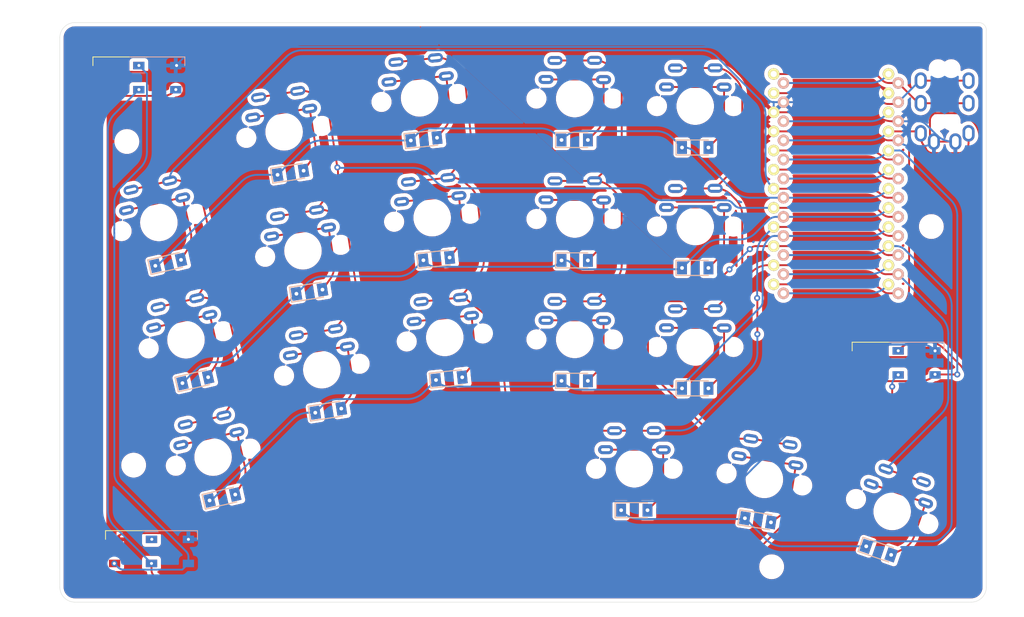
<source format=kicad_pcb>
(kicad_pcb (version 20210722) (generator pcbnew)
  (layers (0 "F.Cu" signal) (31 "B.Cu" signal) (34 "B.Paste" user) (35 "F.Paste" user) (36 "B.SilkS" user "B.Silkscreen") (37 "F.SilkS" user "F.Silkscreen") (38 "B.Mask" user) (39 "F.Mask" user) (44 "Edge.Cuts" user))
  (net 0 "")
  (net 1 "vcc")
  (net 2 "Net-(D1-Pad2)")
  (net 3 "led")
  (net 4 "GND")
  (net 5 "Net-(D2-Pad2)")
  (net 6 "Net-(D3-Pad2)")
  (net 7 "Net-(D4-Pad2)")
  (net 8 "row0")
  (net 9 "Net-(D5-Pad2)")
  (net 10 "row1")
  (net 11 "Net-(D6-Pad2)")
  (net 12 "row2")
  (net 13 "Net-(D7-Pad2)")
  (net 14 "Net-(D8-Pad2)")
  (net 15 "Net-(D9-Pad2)")
  (net 16 "Net-(D10-Pad2)")
  (net 17 "Net-(D11-Pad2)")
  (net 18 "Net-(D12-Pad2)")
  (net 19 "Net-(D13-Pad2)")
  (net 20 "row3")
  (net 21 "Net-(D14-Pad2)")
  (net 22 "Net-(D15-Pad2)")
  (net 23 "Net-(D16-Pad2)")
  (net 24 "Net-(D17-Pad2)")
  (net 25 "Net-(D18-Pad2)")
  (net 26 "Net-(D19-Pad2)")
  (net 27 "Net-(D20-Pad2)")
  (net 28 "unconnected-(D21-Pad2)")
  (net 29 "col0")
  (net 30 "col1")
  (net 31 "col2")
  (net 32 "col3")
  (net 33 "col4")
  (net 34 "unconnected-(U2-Pad5)")
  (net 35 "unconnected-(U2-Pad6)")
  (net 36 "unconnected-(U2-Pad12)")
  (net 37 "tx0")
  (net 38 "unconnected-(U2-Pad13)")
  (net 39 "unconnected-(U2-Pad14)")
  (net 40 "unconnected-(U2-Pad19)")
  (net 41 "rx1")
  (net 42 "unconnected-(U2-Pad22)")
  (net 43 "unconnected-(U2-Pad24)")
  (footprint "perce:MX-reversible-min-spacing" (layer "F.Cu") (at 115.647892 78.559987 13)
    (fp_text reference "SW1")
    (fp_text value "SW_Push" hide)
  )
  (footprint "perce:MX-reversible-min-spacing" (layer "F.Cu") (at 119.247106 94.149905 13)
    (fp_text reference "SW2")
    (fp_text value "SW_Push" hide)
  )
  (footprint "perce:MX-reversible-min-spacing" (layer "F.Cu") (at 122.846325 109.739831 13)
    (fp_text reference "SW3")
    (fp_text value "SW_Push" hide)
  )
  (footprint "perce:MX-reversible-min-spacing" (layer "F.Cu") (at 132.27525 66.520801 9)
    (fp_text reference "SW4")
    (fp_text value "SW_Push" hide)
  )
  (footprint "perce:MX-reversible-min-spacing" (layer "F.Cu") (at 134.778198 82.323814 9)
    (fp_text reference "SW5")
    (fp_text value "SW_Push" hide)
  )
  (footprint "perce:MX-reversible-min-spacing" (layer "F.Cu") (at 137.28115 98.126827 9)
    (fp_text reference "SW6")
    (fp_text value "SW_Push" hide)
  )
  (footprint "perce:MX-reversible-min-spacing" (layer "F.Cu") (at 150.259201 62.012813 6)
    (fp_text reference "SW7")
    (fp_text value "SW_Push" hide)
  )
  (footprint "perce:MX-reversible-min-spacing" (layer "F.Cu") (at 151.931656 77.925164 6)
    (fp_text reference "SW8")
    (fp_text value "SW_Push" hide)
  )
  (footprint "perce:MX-reversible-min-spacing" (layer "F.Cu") (at 153.604111 93.837514 6)
    (fp_text reference "SW9")
    (fp_text value "SW_Push" hide)
  )
  (footprint "perce:MX-reversible-min-spacing" (layer "F.Cu") (at 170.852603 78.099287)
    (fp_text reference "SW12")
    (fp_text value "SW_Push" hide)
  )
  (footprint "perce:MX-reversible-min-spacing" (layer "F.Cu") (at 170.852603 94.099288)
    (fp_text reference "SW13")
    (fp_text value "SW_Push" hide)
  )
  (footprint "perce:MX-reversible-min-spacing" (layer "F.Cu") (at 186.852606 63.099287)
    (fp_text reference "SW15")
    (fp_text value "SW_Push" hide)
  )
  (footprint "perce:MX-reversible-min-spacing" (layer "F.Cu") (at 186.852605 79.099286)
    (fp_text reference "SW16")
    (fp_text value "SW_Push" hide)
  )
  (footprint "perce:MX-reversible-min-spacing" (layer "F.Cu") (at 186.852605 95.099287)
    (fp_text reference "SW17")
    (fp_text value "SW_Push" hide)
  )
  (footprint "perce:TRRS-PJ-320A-dual_slim" (layer "F.Cu") (at 223.13957 56.514956)
    (fp_text reference "U1")
    (fp_text value "TRRS")
  )
  (footprint "perce:ReversibleProMicro" (layer "F.Cu") (at 206.086848 73.604283)
    (fp_text reference "U2" hide)
    (fp_text value "ProMicro" hide)
  )
  (footprint "perce:MX-reversible-min-spacing" (layer "F.Cu") (at 170.852605 62.099287)
    (fp_text reference "SW11")
    (fp_text value "SW_Push" hide)
  )
  (footprint "perce:MX-reversible-min-spacing" (layer "F.Cu") (at 196.03515 112.694539 -9)
    (fp_text reference "SW14")
    (fp_text value "SW_Push" hide)
  )
  (footprint "perce:MX-reversible-min-spacing" (layer "F.Cu") (at 212.999333 116.954097 -19)
    (fp_text reference "SW18")
    (fp_text value "SW_Push" hide)
  )
  (footprint "perce:MX-reversible-min-spacing" (layer "F.Cu") (at 178.767254 111.287018)
    (fp_text reference "SW10")
    (fp_text value "SW_Push" hide)
  )
  (footprint "" (layer "F.Cu") (at 197 124.3)
    (fp_text reference "")
    (fp_text value "")
  )
  (footprint "" (layer "F.Cu") (at 112.3 110.8)
    (fp_text reference "")
    (fp_text value "")
  )
  (footprint "foostan kbd master kicad-footprints-kbd:thread_m2" (layer "F.Cu") (at 111.4 67.8)
    (fp_text reference "Ref**" hide)
    (fp_text value "Val**" hide)
  )
  (footprint "foostan kbd master kicad-footprints-kbd:thread_m2" (layer "F.Cu") (at 218.2 79.1)
    (fp_text reference "Ref**" hide)
    (fp_text value "Val**" hide)
  )
  (footprint "perce:LED_WS2812B_PLCC4_5.0x5.0mm_P3.2mm" (layer "B.Cu") (at 216.239569 97.214958)
    (fp_text reference "D19")
    (fp_text value "WS2812B")
  )
  (footprint "perce:LED_WS2812B_PLCC4_5.0x5.0mm_P3.2mm" (layer "B.Cu") (at 115.439999 59.314956)
    (fp_text reference "D20")
    (fp_text value "WS2812B")
  )
  (footprint "perce:LED_WS2812B_PLCC4_5.0x5.0mm_P3.2mm" (layer "B.Cu") (at 117.12 122.26)
    (fp_text reference "D21")
    (fp_text value "WS2812B")
  )
  (footprint "perce:D_MiniMELF-DoubleSide" (layer "B.Cu") (at 116.885124 83.919021 13)
    (fp_text reference "D1")
    (fp_text value "D_Small")
  )
  (footprint "perce:D_MiniMELF-DoubleSide" (layer "B.Cu") (at 120.48434 99.508942 13)
    (fp_text reference "D2")
    (fp_text value "D_Small")
  )
  (footprint "perce:D_MiniMELF-DoubleSide" (layer "B.Cu") (at 124.083555 115.098861 13)
    (fp_text reference "D3")
    (fp_text value "D_Small")
  )
  (footprint "perce:D_MiniMELF-DoubleSide" (layer "B.Cu") (at 133.135636 71.953084 9)
    (fp_text reference "D4")
    (fp_text value "D_Small")
  )
  (footprint "perce:D_MiniMELF-DoubleSide" (layer "B.Cu") (at 135.63859 87.7561 9)
    (fp_text reference "D5")
    (fp_text value "D_Small")
  )
  (footprint "perce:D_MiniMELF-DoubleSide" (layer "B.Cu") (at 138.141539 103.559114 9)
    (fp_text reference "D6")
    (fp_text value "D_Small")
  )
  (footprint "perce:D_MiniMELF-DoubleSide" (layer "B.Cu") (at 150.834107 67.482685 6)
    (fp_text reference "D7")
    (fp_text value "D_Small")
  )
  (footprint "perce:D_MiniMELF-DoubleSide" (layer "B.Cu") (at 152.506563 83.395034 6)
    (fp_text reference "D8")
    (fp_text value "D_Small")
  )
  (footprint "perce:D_MiniMELF-DoubleSide" (layer "B.Cu") (at 154.179018 99.307384 6)
    (fp_text reference "D9")
    (fp_text value "D_Small")
  )
  (footprint "perce:D_MiniMELF-DoubleSide" (layer "B.Cu") (at 170.852606 67.599286)
    (fp_text reference "D11")
    (fp_text value "D_Small")
  )
  (footprint "perce:D_MiniMELF-DoubleSide" (layer "B.Cu") (at 170.852604 83.599285)
    (fp_text reference "D12")
    (fp_text value "D_Small")
  )
  (footprint "perce:D_MiniMELF-DoubleSide" (layer "B.Cu") (at 170.852604 99.599285)
    (fp_text reference "D13")
    (fp_text value "D_Small")
  )
  (footprint "perce:D_MiniMELF-DoubleSide" (layer "B.Cu") (at 186.852604 84.599285)
    (fp_text reference "D16")
    (fp_text value "D_Small")
  )
  (footprint "perce:D_MiniMELF-DoubleSide" (layer "B.Cu") (at 186.852604 100.599287)
    (fp_text reference "D17")
    (fp_text value "D_Small")
  )
  (footprint "perce:D_MiniMELF-DoubleSide" (layer "B.Cu") (at 186.852605 68.599286)
    (fp_text reference "D15")
    (fp_text value "D_Small")
  )
  (footprint "perce:D_MiniMELF-DoubleSide" (layer "B.Cu") (at 211.208705 122.154448 -19)
    (fp_text reference "D18")
    (fp_text value "D_Small")
  )
  (footprint "perce:D_MiniMELF-DoubleSide" (layer "B.Cu") (at 195.174759 118.126822 -9)
    (fp_text reference "D14")
    (fp_text value "D_Small")
  )
  (footprint "perce:D_MiniMELF-DoubleSide" (layer "B.Cu") (at 178.767254 116.787017)
    (fp_text reference "D10")
    (fp_text value "D_Small")
  )
  (footprint "perce:tapir" (layer "B.Cu") (at 203.5 96 180)
    (fp_text reference "G***" hide)
    (fp_text value "LOGO" hide)
  )
  (gr_arc (start 104.5 54) (end 102.5 54) (angle 90) (layer "Edge.Cuts") (width 0.05))
  (gr_arc (start 224.5 53) (end 224.5 52) (angle 90) (layer "Edge.Cuts") (width 0.05))
  (gr_line (start 225.5 127) (end 225.5 53) (layer "Edge.Cuts") (width 0.05))
  (gr_line (start 104.5 129) (end 223.5 129) (layer "Edge.Cuts") (width 0.05))
  (gr_arc (start 104.5 127) (end 102.5 127) (angle -90) (layer "Edge.Cuts") (width 0.05))
  (gr_arc (start 223.5 127) (end 225.5 127) (angle 90) (layer "Edge.Cuts") (width 0.05))
  (gr_line (start 224.5 52) (end 104.5 52) (layer "Edge.Cuts") (width 0.05))
  (gr_line (start 102.5 54) (end 102.5 127) (layer "Edge.Cuts") (width 0.05))
  (segment (start 216.78957 67.12684) (end 216.791479 67.257802) (width 0.25) (layer "F.Cu") (net 1))
  (segment (start 215.245717 66.454283) (end 216.32179 66.454283) (width 0.25) (layer "F.Cu") (net 1))
  (segment (start 212.506852 66.454283) (end 215.245717 66.454283) (width 0.25) (layer "F.Cu") (net 1))
  (segment (start 216.893458 67.770484) (end 216.993692 68.01247) (width 0.25) (layer "F.Cu") (net 1))
  (segment (start 214.367037 89.50108) (end 209.953904 93.914213) (width 0.25) (layer "F.Cu") (net 1))
  (segment (start 217.124654 68.239302) (end 217.284103 68.4471) (width 0.25) (layer "F.Cu") (net 1))
  (segment (start 207.812612 94.792893) (end 207.692893 94.912612) (width 0.25) (layer "F.Cu") (net 1))
  (segment (start 217.375357 68.541054) (end 217.496051 68.788455) (width 0.25) (layer "F.Cu") (net 1))
  (segment (start 216.791479 67.257802) (end 216.825667 67.517485) (width 0.25) (layer "F.Cu") (net 1))
  (segment (start 217.284103 68.4471) (end 217.375357 68.541054) (width 0.25) (layer "F.Cu") (net 1))
  (segment (start 213 100.364959) (end 213 102.971035) (width 0.25) (layer "F.Cu") (net 1))
  (segment (start 114.962893 125.452893) (end 115.044214 125.534214) (width 0.25) (layer "F.Cu") (net 1))
  (segment (start 218.394804 69.35) (end 221.805786 69.35) (width 0.25) (layer "F.Cu") (net 1))
  (segment (start 208.088046 100.324675) (end 208.280872 100.36303) (width 0.25) (layer "F.Cu") (net 1))
  (segment (start 207.906409 100.249438) (end 208.088046 100.324675) (width 0.25) (layer "F.Cu") (net 1))
  (segment (start 208.53969 94.5) (end 208.519719 94.5) (width 0.25) (layer "F.Cu") (net 1))
  (segment (start 216.825667 67.517485) (end 216.893458 67.770484) (width 0.25) (layer "F.Cu") (net 1))
  (segment (start 215.245717 66.454283) (end 215.245717 87.379759) (width 0.25) (layer "F.Cu") (net 1))
  (segment (start 222.512893 69.057107) (end 222.846677 68.723323) (width 0.25) (layer "F.Cu") (net 1))
  (segment (start 212.12132 105.092356) (end 191.972355 125.241321) (width 0.25) (layer "F.Cu") (net 1))
  (segment (start 189.851035 126.12) (end 116.458427 126.12) (width 0.25) (layer "F.Cu") (net 1))
  (segment (start 216.993692 68.01247) (end 217.124654 68.239302) (width 0.25) (layer "F.Cu") (net 1))
  (segment (start 223.13957 68.016216) (end 223.13957 66.714956) (width 0.25) (layer "F.Cu") (net 1))
  (segment (start 207.4 95.619719) (end 207.4 99.535922) (width 0.25) (layer "F.Cu") (net 1))
  (segment (start 207.546447 99.889476) (end 207.906409 100.249438) (width 0.25) (layer "F.Cu") (net 1))
  (segment (start 211.270675 101.24171) (end 213 102.971035) (width 0.25) (layer "F.Cu") (net 1))
  (segment (start 208.280872 100.36303) (end 209.149354 100.36303) (width 0.25) (layer "F.Cu") (net 1))
  (segment (start 114.67 123.86) (end 114.67 124.745786) (width 0.25) (layer "F.Cu") (net 1))
  (via (at 113 60.9) (size 0.8) (drill 0.4) (layers "F.Cu" "B.Cu") (net 1))
  (via (at 114.67 123.86) (size 0.8) (drill 0.4) (layers "F.Cu" "B.Cu") (net 1))
  (via (at 213 100.364959) (size 0.8) (drill 0.4) (layers "F.Cu" "B.Cu") (net 1))
  (via (at 213.8 98.8) (size 0.8) (drill 0.4) (layers "F.Cu" "B.Cu") (net 1))
  (arc (start 209.953904 93.914213) (mid 209.305057 94.347759) (end 208.53969 94.5) (width 0.25) (layer "F.Cu") (net 1))
  (arc (start 216.675344 66.60073) (mid 216.513132 66.492343) (end 216.32179 66.454283) (width 0.25) (layer "F.Cu") (net 1))
  (arc (start 115.044214 125.534214) (mid 115.69306 125.967759) (end 116.458427 126.12) (width 0.25) (layer "F.Cu") (net 1))
  (arc (start 222.846677 68.723323) (mid 223.06345 68.3989) (end 223.13957 68.016216) (width 0.25) (layer "F.Cu") (net 1))
  (arc (start 221.805786 69.35) (mid 222.188469 69.27388) (end 222.512893 69.057107) (width 0.25) (layer "F.Cu") (net 1))
  (arc (start 213 102.971035) (mid 212.771638 104.119086) (end 212.12132 105.092356) (width 0.25) (layer "F.Cu") (net 1))
  (arc (start 218.394804 69.35) (mid 217.864924 69.198073) (end 217.496051 68.788455) (width 0.25) (layer "F.Cu") (net 1))
  (arc (start 209.149354 100.36303) (mid 210.297405 100.591392) (end 211.270675 101.24171) (width 0.25) (layer "F.Cu") (net 1))
  (arc (start 207.692893 94.912612) (mid 207.47612 95.237036) (end 207.4 95.619719) (width 0.25) (layer "F.Cu") (net 1))
  (arc (start 114.962893 125.452893) (mid 114.74612 125.12847) (end 114.67 124.745786) (width 0.25) (layer "F.Cu") (net 1))
  (arc (start 207.4 99.535922) (mid 207.43806 99.727264) (end 207.546447 99.889476) (width 0.25) (layer "F.Cu") (net 1))
  (arc (start 208.519719 94.5) (mid 208.137036 94.57612) (end 207.812612 94.792893) (width 0.25) (layer "F.Cu") (net 1))
  (arc (start 189.851035 126.12) (mid 190.999085 125.891639) (end 191.972355 125.241321) (width 0.25) (layer "F.Cu") (net 1))
  (arc (start 215.245717 87.379759) (mid 215.017356 88.52781) (end 214.367037 89.50108) (width 0.25) (layer "F.Cu") (net 1))
  (segment (start 109.759169 118.949169) (end 114.67 123.86) (width 0.25) (layer "B.Cu") (net 1))
  (segment (start 198.565666 67.650029) (end 210.068466 67.650027) (width 0.25) (layer "B.Cu") (net 1))
  (segment (start 213.292893 99.311634) (end 213.789569 98.814958) (width 0.25) (layer "B.Cu") (net 1))
  (segment (start 108.880489 66.262152) (end 108.880489 116.827848) (width 0.25) (layer "B.Cu") (net 1))
  (segment (start 213 100.364959) (end 213 100.018741) (width 0.25) (layer "B.Cu") (net 1))
  (segment (start 212.189783 66.771351) (end 212.506852 66.454283) (width 0.25) (layer "B.Cu") (net 1))
  (segment (start 113 60.9) (end 109.759168 64.140832) (width 0.25) (layer "B.Cu") (net 1))
  (arc (start 108.880489 116.827848) (mid 109.108851 117.975899) (end 109.759169 118.949169) (width 0.25) (layer "B.Cu") (net 1))
  (arc (start 212.189783 66.771351) (mid 211.216514 67.421667) (end 210.068466 67.650027) (width 0.25) (layer "B.Cu") (net 1))
  (arc (start 213 100.018741) (mid 213.07612 99.636058) (end 213.292893 99.311634) (width 0.25) (layer "B.Cu") (net 1))
  (arc (start 109.759168 64.140832) (mid 109.10885 65.114102) (end 108.880489 66.262152) (width 0.25) (layer "B.Cu") (net 1))
  (segment (start 119.490563 82.084586) (end 118.590271 83.525357) (width 0.25) (layer "F.Cu") (net 2))
  (segment (start 111.364167 76.942149) (end 118.788868 75.228022) (width 0.25) (layer "F.Cu") (net 2))
  (segment (start 118.812854 75.24301) (end 119.869529 79.819978) (width 0.25) (layer "F.Cu") (net 2))
  (segment (start 118.788868 75.228022) (end 118.812854 75.24301) (width 0.25) (layer "F.Cu") (net 2))
  (arc (start 119.490563 82.084586) (mid 119.905275 80.989972) (end 119.869529 79.819978) (width 0.25) (layer "F.Cu") (net 2))
  (segment (start 221.64 98.75) (end 218.699569 98.75) (width 0.25) (layer "F.Cu") (net 3))
  (segment (start 208.889569 98.814958) (end 209.128784 99.054173) (width 0.25) (layer "F.Cu") (net 3))
  (segment (start 210.542997 99.639959) (end 216.697677 99.639959) (width 0.25) (layer "F.Cu") (net 3))
  (segment (start 218.699569 98.75) (end 218.689569 98.74) (width 0.25) (layer "F.Cu") (net 3))
  (via (at 221.64 98.75) (size 0.8) (drill 0.4) (layers "F.Cu" "B.Cu") (net 3))
  (via (at 218.689569 98.74) (size 0.8) (drill 0.4) (layers "F.Cu" "B.Cu") (net 3))
  (arc (start 209.128784 99.054173) (mid 209.77763 99.487718) (end 210.542997 99.639959) (width 0.25) (layer "F.Cu") (net 3))
  (arc (start 216.697677 99.639959) (mid 217.775745 99.425518) (end 218.689569 98.814958) (width 0.25) (layer "F.Cu") (net 3))
  (segment (start 221.64 77.658244) (end 221.64 98.75) (width 0.25) (layer "B.Cu") (net 3))
  (segment (start 214.412326 69.187929) (end 220.761321 75.536924) (width 0.25) (layer "B.Cu") (net 3))
  (segment (start 198.565666 70.190028) (end 210.068464 70.190027) (width 0.25) (layer "B.Cu") (net 3))
  (segment (start 212.189783 69.311348) (end 212.50685 68.994282) (width 0.25) (layer "B.Cu") (net 3))
  (segment (start 212.506848 68.994283) (end 213.944823 68.994283) (width 0.25) (layer "B.Cu") (net 3))
  (arc (start 213.944823 68.994283) (mid 214.197834 69.04461) (end 214.412326 69.187929) (width 0.25) (layer "B.Cu") (net 3))
  (arc (start 220.761321 75.536924) (mid 221.411639 76.510194) (end 221.64 77.658244) (width 0.25) (layer "B.Cu") (net 3))
  (arc (start 210.068464 70.190027) (mid 211.216514 69.961666) (end 212.189783 69.311348) (width 0.25) (layer "B.Cu") (net 3))
  (segment (start 117.74583 57.95417) (end 118 57.7) (width 0.25) (layer "F.Cu") (net 4))
  (segment (start 108.089569 57.714956) (end 108.328784 57.954171) (width 0.25) (layer "F.Cu") (net 4))
  (segment (start 221.330924 64.039955) (end 218.780676 64.039955) (width 0.25) (layer "F.Cu") (net 4))
  (segment (start 197.266851 66.454284) (end 209.655447 66.454281) (width 0.25) (layer "F.Cu") (net 4))
  (segment (start 211.776769 67.332962) (end 211.800942 67.357135) (width 0.25) (layer "F.Cu") (net 4))
  (segment (start 208.889569 95.614958) (end 223.710881 80.793647) (width 0.25) (layer "F.Cu") (net 4))
  (segment (start 223.710882 65.177272) (end 223.452245 64.918635) (width 0.25) (layer "F.Cu") (net 4))
  (segment (start 109.77 120.66) (end 110.008725 120.421275) (width 0.25) (layer "F.Cu") (net 4))
  (segment (start 210.542997 96.439959) (end 217.036141 96.439959) (width 0.25) (layer "F.Cu") (net 4))
  (segment (start 224.589561 78.672326) (end 224.589561 67.298592) (width 0.25) (layer "F.Cu") (net 4))
  (segment (start 218.539572 67.814955) (end 221.389571 67.814956) (width 0.25) (layer "F.Cu") (net 4))
  (segment (start 210.831789 64.207177) (end 210.855961 64.231349) (width 0.25) (layer "F.Cu") (net 4))
  (segment (start 109.742997 58.539957) (end 116.331616 58.539957) (width 0.25) (layer "F.Cu") (net 4))
  (segment (start 218.427123 64.186401) (end 218.307462 64.306062) (width 0.25) (layer "F.Cu") (net 4))
  (segment (start 212.977283 65.110028) (end 213.805665 65.110027) (width 0.25) (layer "F.Cu") (net 4))
  (segment (start 119.331276 120.421276) (end 119.57 120.66) (width 0.25) (layer "F.Cu") (net 4))
  (segment (start 208.889569 95.614958) (end 209.128784 95.854173) (width 0.25) (layer "F.Cu") (net 4))
  (segment (start 218.450355 95.854172) (end 218.689569 95.614958) (width 0.25) (layer "F.Cu") (net 4))
  (segment (start 111.422938 119.835489) (end 117.917062 119.835489) (width 0.25) (layer "F.Cu") (net 4))
  (segment (start 218.014569 65.013169) (end 218.014569 67.2) (width 0.25) (layer "F.Cu") (net 4))
  (segment (start 212.508049 67.650028) (end 213.805664 67.650028) (width 0.25) (layer "F.Cu") (net 4))
  (segment (start 197.26685 63.914283) (end 210.124683 63.914285) (width 0.25) (layer "F.Cu") (net 4))
  (via (at 218.689569 95.614958) (size 0.8) (drill 0.4) (layers "F.Cu" "B.Cu") (net 4))
  (via (at 119.57 120.66) (size 0.8) (drill 0.4) (layers "F.Cu" "B.Cu") (net 4))
  (via (at 118 57.7) (size 0.8) (drill 0.4) (layers "F.Cu" "B.Cu") (net 4))
  (arc (start 212.508049 67.650028) (mid 212.125366 67.573908) (end 211.800942 67.357135) (width 0.25) (layer "F.Cu") (net 4))
  (arc (start 117.74583 57.95417) (mid 117.096983 58.387716) (end 116.331616 58.539957) (width 0.25) (layer "F.Cu") (net 4))
  (arc (start 209.655447 66.454281) (mid 210.803498 66.682642) (end 211.776769 67.332962) (width 0.25) (layer "F.Cu") (net 4))
  (arc (start 224.589561 67.298592) (mid 224.3612 66.150542) (end 223.710882 65.177272) (width 0.25) (layer "F.Cu") (net 4))
  (arc (start 218.307462 64.306062) (mid 218.090689 64.630485) (end 218.014569 65.013169) (width 0.25) (layer "F.Cu") (net 4))
  (arc (start 223.452245 64.918635) (mid 222.478975 64.268316) (end 221.330924 64.039955) (width 0.25) (layer "F.Cu") (net 4))
  (arc (start 212.977283 65.110028) (mid 211.829232 64.881667) (end 210.855961 64.231349) (width 0.25) (layer "F.Cu") (net 4))
  (arc (start 210.542997 96.439959) (mid 209.77763 96.287718) (end 209.128784 95.854173) (width 0.25) (layer "F.Cu") (net 4))
  (arc (start 210.124683 63.914285) (mid 210.507366 63.990405) (end 210.831789 64.207177) (width 0.25) (layer "F.Cu") (net 4))
  (arc (start 119.331276 120.421276) (mid 118.682429 119.98773) (end 117.917062 119.835489) (width 0.25) (layer "F.Cu") (net 4))
  (arc (start 111.422938 119.835489) (mid 110.657571 119.98773) (end 110.008725 120.421275) (width 0.25) (layer "F.Cu") (net 4))
  (arc (start 218.780676 64.039955) (mid 218.589335 64.078015) (end 218.427123 64.186401) (width 0.25) (layer "F.Cu") (net 4))
  (arc (start 217.036141 96.439959) (mid 217.801508 96.287718) (end 218.450355 95.854172) (width 0.25) (layer "F.Cu") (net 4))
  (arc (start 223.710881 80.793647) (mid 224.3612 79.820377) (end 224.589561 78.672326) (width 0.25) (layer "F.Cu") (net 4))
  (arc (start 109.742997 58.539957) (mid 108.97763 58.387716) (end 108.328784 57.954171) (width 0.25) (layer "F.Cu") (net 4))
  (segment (start 218.689569 95.614958) (end 218.450845 95.376234) (width 0.25) (layer "B.Cu") (net 4))
  (segment (start 221.38957 67.814956) (end 221.023215 67.814956) (width 0.25) (layer "B.Cu") (net 4))
  (segment (start 197.266848 63.914283) (end 197.266848 62.573208) (width 0.25) (layer "B.Cu") (net 4))
  (segment (start 212.189786 61.691348) (end 212.506851 61.374283) (width 0.25) (layer "B.Cu") (net 4))
  (segment (start 218.901894 66.936276) (end 217.49532 65.529702) (width 0.25) (layer "B.Cu") (net 4))
  (segment (start 124.051321 119.78132) (end 127.353962 116.478679) (width 0.25) (layer "B.Cu") (net 4))
  (segment (start 213.805664 67.650028) (end 213.981877 67.826241) (width 0.25) (layer "B.Cu") (net 4))
  (segment (start 198.565664 62.570026) (end 210.068464 62.570029) (width 0.25) (layer "B.Cu") (net 4))
  (segment (start 197.270028 62.570028) (end 198.565663 62.570028) (width 0.25) (layer "B.Cu") (net 4))
  (segment (start 215.396089 68.412026) (end 217.114072 68.412027) (width 0.25) (layer "B.Cu") (net 4))
  (segment (start 121.61429 55.232876) (end 188.274038 55.232876) (width 0.25) (layer "B.Cu") (net 4))
  (segment (start 197.266848 62.573208) (end 197.270028 62.570028) (width 0.25) (layer "B.Cu") (net 4))
  (segment (start 188.481757 115.6) (end 129.475282 115.6) (width 0.25) (layer "B.Cu") (net 4))
  (segment (start 197.268045 62.570028) (end 197.270028 62.570028) (width 0.25) (layer "B.Cu") (net 4))
  (segment (start 217.036631 94.790447) (end 212.605018 94.790447) (width 0.25) (layer "B.Cu") (net 4))
  (segment (start 218.528284 67.826243) (end 218.539572 67.814955) (width 0.25) (layer "B.Cu") (net 4))
  (segment (start 216.482137 65.110028) (end 213.805663 65.110028) (width 0.25) (layer "B.Cu") (net 4))
  (segment (start 190.395359 56.111556) (end 196.560938 62.277135) (width 0.25) (layer "B.Cu") (net 4))
  (segment (start 119.57 120.66) (end 121.93 120.66) (width 0.25) (layer "B.Cu") (net 4))
  (segment (start 117.889569 57.714956) (end 119.49297 56.111555) (width 0.25) (layer "B.Cu") (net 4))
  (segment (start 209.776591 95.96202) (end 191.310184 114.428427) (width 0.25) (layer "B.Cu") (net 4))
  (arc (start 216.482137 65.110028) (mid 217.030468 65.219098) (end 217.49532 65.529702) (width 0.25) (layer "B.Cu") (net 4))
  (arc (start 212.605018 94.790447) (mid 211.074284 95.094929) (end 209.776591 95.96202) (width 0.25) (layer "B.Cu") (net 4))
  (arc (start 121.93 120.66) (mid 123.078051 120.431638) (end 124.051321 119.78132) (width 0.25) (layer "B.Cu") (net 4))
  (arc (start 196.560938 62.277135) (mid 196.885361 62.493908) (end 197.268045 62.570028) (width 0.25) (layer "B.Cu") (net 4))
  (arc (start 121.61429 55.232876) (mid 120.46624 55.461237) (end 119.49297 56.111555) (width 0.25) (layer "B.Cu") (net 4))
  (arc (start 218.450845 95.376234) (mid 217.801998 94.942688) (end 217.036631 94.790447) (width 0.25) (layer "B.Cu") (net 4))
  (arc (start 188.274038 55.232876) (mid 189.422089 55.461238) (end 190.395359 56.111556) (width 0.25) (layer "B.Cu") (net 4))
  (arc (start 191.310184 114.428427) (mid 190.012491 115.295518) (end 188.481757 115.6) (width 0.25) (layer "B.Cu") (net 4))
  (arc (start 221.023215 67.814956) (mid 219.875164 67.586594) (end 218.901894 66.936276) (width 0.25) (layer "B.Cu") (net 4))
  (arc (start 217.114072 68.412027) (mid 217.879438 68.259787) (end 218.528284 67.826243) (width 0.25) (layer "B.Cu") (net 4))
  (arc (start 215.396089 68.412026) (mid 214.630723 68.259785) (end 213.981877 67.826241) (width 0.25) (layer "B.Cu") (net 4))
  (arc (start 127.353962 116.478679) (mid 128.327232 115.828361) (end 129.475282 115.6) (width 0.25) (layer "B.Cu") (net 4))
  (arc (start 210.068464 62.570029) (mid 211.216515 62.341668) (end 212.189786 61.691348) (width 0.25) (layer "B.Cu") (net 4))
  (segment (start 114.963384 92.53207) (end 122.388081 90.817942) (width 0.25) (layer "F.Cu") (net 5))
  (segment (start 122.412067 90.83293) (end 123.468744 95.409901) (width 0.25) (layer "F.Cu") (net 5))
  (segment (start 123.089777 97.674513) (end 122.189486 99.115278) (width 0.25) (layer "F.Cu") (net 5))
  (segment (start 122.388081 90.817942) (end 122.412067 90.83293) (width 0.25) (layer "F.Cu") (net 5))
  (arc (start 123.468744 95.409901) (mid 123.50449 96.579898) (end 123.089777 97.674513) (width 0.25) (layer "F.Cu") (net 5))
  (segment (start 118.5626 108.121992) (end 125.987299 106.407865) (width 0.25) (layer "F.Cu") (net 6))
  (segment (start 126.011286 106.422855) (end 127.067961 110.999819) (width 0.25) (layer "F.Cu") (net 6))
  (segment (start 126.688996 113.264428) (end 125.788704 114.705198) (width 0.25) (layer "F.Cu") (net 6))
  (segment (start 125.987299 106.407865) (end 126.011286 106.422855) (width 0.25) (layer "F.Cu") (net 6))
  (arc (start 127.067961 110.999819) (mid 127.103708 112.169814) (end 126.688996 113.264428) (width 0.25) (layer "F.Cu") (net 6))
  (segment (start 135.862694 70.304869) (end 134.864091 71.679325) (width 0.25) (layer "F.Cu") (net 7))
  (segment (start 128.114813 64.608087) (end 135.640998 63.416058) (width 0.25) (layer "F.Cu") (net 7))
  (segment (start 135.66388 63.432683) (end 136.398709 68.072207) (width 0.25) (layer "F.Cu") (net 7))
  (segment (start 135.640998 63.416058) (end 135.66388 63.432683) (width 0.25) (layer "F.Cu") (net 7))
  (arc (start 135.862694 70.304869) (mid 136.352754 69.241848) (end 136.398709 68.072207) (width 0.25) (layer "F.Cu") (net 7))
  (segment (start 171.550342 66.424286) (end 181.684964 66.424285) (width 0.25) (layer "B.Cu") (net 8))
  (segment (start 169.132701 67.599286) (end 169.429022 67.302965) (width 0.25) (layer "B.Cu") (net 8))
  (segment (start 115.572891 84.166239) (end 126.633607 73.105524) (width 0.25) (layer "B.Cu") (net 8))
  (segment (start 212.189787 74.391346) (end 212.50685 74.074283) (width 0.25) (layer "B.Cu") (net 8))
  (segment (start 169.102605 67.599285) (end 169.132701 67.599286) (width 0.25) (layer "B.Cu") (net 8))
  (segment (start 186.785072 69.185072) (end 191.991349 74.391349) (width 0.25) (layer "B.Cu") (net 8))
  (segment (start 194.112669 75.270028) (end 210.068466 75.270027) (width 0.25) (layer "B.Cu") (net 8))
  (segment (start 185.309712 68.599285) (end 185.370858 68.599285) (width 0.25) (layer "B.Cu") (net 8))
  (segment (start 128.754926 72.226845) (end 130.561982 72.226844) (width 0.25) (layer "B.Cu") (net 8))
  (segment (start 115.179977 84.312685) (end 115.21934 84.312685) (width 0.25) (layer "B.Cu") (net 8))
  (segment (start 151.526268 66.061462) (end 166.322141 66.061462) (width 0.25) (layer "B.Cu") (net 8))
  (segment (start 168.443462 66.940142) (end 169.102605 67.599285) (width 0.25) (layer "B.Cu") (net 8))
  (segment (start 132.00483 71.629196) (end 135.089738 68.544288) (width 0.25) (layer "B.Cu") (net 8))
  (segment (start 149.093694 67.665609) (end 150.112055 66.647248) (width 0.25) (layer "B.Cu") (net 8))
  (segment (start 183.806285 67.302965) (end 184.956159 68.452839) (width 0.25) (layer "B.Cu") (net 8))
  (segment (start 137.211058 67.665609) (end 149.093694 67.665609) (width 0.25) (layer "B.Cu") (net 8))
  (arc (start 181.684964 66.424285) (mid 182.833015 66.652647) (end 183.806285 67.302965) (width 0.25) (layer "B.Cu") (net 8))
  (arc (start 168.443462 66.940142) (mid 167.470192 66.289823) (end 166.322141 66.061462) (width 0.25) (layer "B.Cu") (net 8))
  (arc (start 150.112055 66.647248) (mid 150.760901 66.213703) (end 151.526268 66.061462) (width 0.25) (layer "B.Cu") (net 8))
  (arc (start 212.189787 74.391346) (mid 211.216517 75.041665) (end 210.068466 75.270027) (width 0.25) (layer "B.Cu") (net 8))
  (arc (start 185.309712 68.599285) (mid 185.118371 68.561225) (end 184.956159 68.452839) (width 0.25) (layer "B.Cu") (net 8))
  (arc (start 126.633607 73.105524) (mid 127.606876 72.455206) (end 128.754926 72.226845) (width 0.25) (layer "B.Cu") (net 8))
  (arc (start 115.572891 84.166239) (mid 115.41068 84.274625) (end 115.21934 84.312685) (width 0.25) (layer "B.Cu") (net 8))
  (arc (start 137.211058 67.665609) (mid 136.063008 67.89397) (end 135.089738 68.544288) (width 0.25) (layer "B.Cu") (net 8))
  (arc (start 186.785072 69.185072) (mid 186.136225 68.751526) (end 185.370858 68.599285) (width 0.25) (layer "B.Cu") (net 8))
  (arc (start 171.550342 66.424286) (mid 170.402292 66.652647) (end 169.429022 67.302965) (width 0.25) (layer "B.Cu") (net 8))
  (arc (start 130.561982 72.226844) (mid 131.342846 72.07152) (end 132.00483 71.629196) (width 0.25) (layer "B.Cu") (net 8))
  (arc (start 191.991349 74.391349) (mid 192.964619 75.041667) (end 194.112669 75.270028) (width 0.25) (layer "B.Cu") (net 8))
  (segment (start 138.166829 79.235696) (end 138.901659 83.875224) (width 0.25) (layer "F.Cu") (net 9))
  (segment (start 138.365646 86.107883) (end 137.367045 87.48234) (width 0.25) (layer "F.Cu") (net 9))
  (segment (start 138.143948 79.219069) (end 138.166829 79.235696) (width 0.25) (layer "F.Cu") (net 9))
  (segment (start 130.617764 80.411099) (end 138.143948 79.219069) (width 0.25) (layer "F.Cu") (net 9))
  (arc (start 138.365646 86.107883) (mid 138.855704 85.044863) (end 138.901659 83.875224) (width 0.25) (layer "F.Cu") (net 9))
  (segment (start 150.76615 83.577959) (end 151.05281 83.864619) (width 0.25) (layer "B.Cu") (net 10))
  (segment (start 152.467023 84.450405) (end 167.423058 84.450405) (width 0.25) (layer "B.Cu") (net 10))
  (segment (start 190.121222 80.823309) (end 192.74642 80.823309) (width 0.25) (layer "B.Cu") (net 10))
  (segment (start 118.779191 99.902606) (end 120.683429 97.998369) (width 0.25) (layer "B.Cu") (net 10))
  (segment (start 185.074049 84.62784) (end 185.102601 84.599289) (width 0.25) (layer "B.Cu") (net 10))
  (segment (start 125.698984 96.24101) (end 133.910135 88.02986) (width 0.25) (layer "B.Cu") (net 10))
  (segment (start 169.309712 83.599285) (end 169.588392 83.599286) (width 0.25) (layer "B.Cu") (net 10))
  (segment (start 149.499478 84.844631) (end 150.76615 83.577959) (width 0.25) (layer "B.Cu") (net 10))
  (segment (start 197.634626 77.810028) (end 198.565664 77.810028) (width 0.25) (layer "B.Cu") (net 10))
  (segment (start 170.298928 83.895609) (end 170.608233 84.204914) (width 0.25) (layer "B.Cu") (net 10))
  (segment (start 212.189783 76.931351) (end 212.506852 76.614283) (width 0.25) (layer "B.Cu") (net 10))
  (segment (start 168.837272 83.864618) (end 168.956158 83.745732) (width 0.25) (layer "B.Cu") (net 10))
  (segment (start 185.102607 84.599283) (end 187.999902 81.701988) (width 0.25) (layer "B.Cu") (net 10))
  (segment (start 198.565665 77.810028) (end 210.068466 77.810028) (width 0.25) (layer "B.Cu") (net 10))
  (segment (start 194.867741 79.944629) (end 196.55525 78.25712) (width 0.25) (layer "B.Cu") (net 10))
  (segment (start 133.910135 88.029859) (end 135.338008 86.601988) (width 0.25) (layer "B.Cu") (net 10))
  (segment (start 137.459327 85.723309) (end 147.378158 85.72331) (width 0.25) (layer "B.Cu") (net 10))
  (segment (start 170.295497 83.892178) (end 170.298928 83.895609) (width 0.25) (layer "B.Cu") (net 10))
  (segment (start 122.804748 97.11969) (end 123.577665 97.11969) (width 0.25) (layer "B.Cu") (net 10))
  (segment (start 171.982821 84.774287) (end 184.720497 84.774286) (width 0.25) (layer "B.Cu") (net 10))
  (arc (start 168.956158 83.745732) (mid 169.11837 83.637346) (end 169.309712 83.599285) (width 0.25) (layer "B.Cu") (net 10))
  (arc (start 123.577665 97.11969) (mid 124.725715 96.891328) (end 125.698984 96.24101) (width 0.25) (layer "B.Cu") (net 10))
  (arc (start 190.121222 80.823309) (mid 188.973172 81.05167) (end 187.999902 81.701988) (width 0.25) (layer "B.Cu") (net 10))
  (arc (start 122.804748 97.11969) (mid 121.656699 97.348051) (end 120.683429 97.998369) (width 0.25) (layer "B.Cu") (net 10))
  (arc (start 210.068466 77.810028) (mid 211.216514 77.581667) (end 212.189783 76.931351) (width 0.25) (layer "B.Cu") (net 10))
  (arc (start 149.499478 84.844631) (mid 148.526208 85.494949) (end 147.378158 85.72331) (width 0.25) (layer "B.Cu") (net 10))
  (arc (start 152.467023 84.450405) (mid 151.701656 84.298164) (end 151.05281 83.864619) (width 0.25) (layer "B.Cu") (net 10))
  (arc (start 192.74642 80.823309) (mid 193.894471 80.594947) (end 194.867741 79.944629) (width 0.25) (layer "B.Cu") (net 10))
  (arc (start 185.102601 84.599289) (mid 185.102604 84.599286) (end 185.102607 84.599283) (width 0.25) (layer "B.Cu") (net 10))
  (arc (start 168.837272 83.864618) (mid 168.188425 84.298164) (end 167.423058 84.450405) (width 0.25) (layer "B.Cu") (net 10))
  (arc (start 184.720497 84.774286) (mid 184.911838 84.736226) (end 185.074049 84.62784) (width 0.25) (layer "B.Cu") (net 10))
  (arc (start 171.982821 84.774287) (mid 171.238899 84.626312) (end 170.608233 84.204914) (width 0.25) (layer "B.Cu") (net 10))
  (arc (start 169.588392 83.599286) (mid 169.971074 83.675406) (end 170.295497 83.892178) (width 0.25) (layer "B.Cu") (net 10))
  (arc (start 197.634626 77.810028) (mid 197.050472 77.926223) (end 196.55525 78.25712) (width 0.25) (layer "B.Cu") (net 10))
  (arc (start 137.459327 85.723309) (mid 136.311277 85.95167) (end 135.338008 86.601988) (width 0.25) (layer "B.Cu") (net 10))
  (segment (start 140.868596 101.910895) (end 139.869994 103.285354) (width 0.25) (layer "F.Cu") (net 11))
  (segment (start 140.646898 95.022083) (end 140.66978 95.038709) (width 0.25) (layer "F.Cu") (net 11))
  (segment (start 133.120713 96.214115) (end 140.646898 95.022083) (width 0.25) (layer "F.Cu") (net 11))
  (segment (start 140.66978 95.038709) (end 141.40461 99.678236) (width 0.25) (layer "F.Cu") (net 11))
  (arc (start 140.868596 101.910895) (mid 141.358654 100.847875) (end 141.40461 99.678236) (width 0.25) (layer "F.Cu") (net 11))
  (segment (start 212.189785 79.471349) (end 212.506851 79.154284) (width 0.25) (layer "B.Cu") (net 12))
  (segment (start 139.469472 102.019127) (end 148.667146 102.019128) (width 0.25) (layer "B.Cu") (net 12))
  (segment (start 168.92492 99.776969) (end 169.102602 99.599286) (width 0.25) (layer "B.Cu") (net 12))
  (segment (start 136.99887 103.247088) (end 137.348154 102.897805) (width 0.25) (layer "B.Cu") (net 12))
  (segment (start 185.249051 100.058638) (end 195.479562 89.828127) (width 0.25) (layer "B.Cu") (net 12))
  (segment (start 196.67868 80.653306) (end 196.689066 80.64292) (width 0.25) (layer "B.Cu") (net 12))
  (segment (start 122.771326 115.346079) (end 133.405855 104.711552) (width 0.25) (layer "B.Cu") (net 12))
  (segment (start 154.139479 100.362756) (end 167.510704 100.362757) (width 0.25) (layer "B.Cu") (net 12))
  (segment (start 195.8 89.054521) (end 195.8 82.774627) (width 0.25) (layer "B.Cu") (net 12))
  (segment (start 152.438604 99.490309) (end 152.725266 99.776971) (width 0.25) (layer "B.Cu") (net 12))
  (segment (start 197.396171 80.350027) (end 198.565664 80.350026) (width 0.25) (layer "B.Cu") (net 12))
  (segment (start 171.520244 100.774287) (end 184.720496 100.774288) (width 0.25) (layer "B.Cu") (net 12))
  (segment (start 135.527175 103.832873) (end 135.584658 103.832873) (width 0.25) (layer "B.Cu") (net 12))
  (segment (start 198.565666 80.35003) (end 210.068466 80.350028) (width 0.25) (layer "B.Cu") (net 12))
  (segment (start 185.074051 100.627841) (end 185.102604 100.599287) (width 0.25) (layer "B.Cu") (net 12))
  (segment (start 169.102602 99.599286) (end 169.398924 99.895608) (width 0.25) (layer "B.Cu") (net 12))
  (segment (start 150.788468 101.140447) (end 152.438604 99.490309) (width 0.25) (layer "B.Cu") (net 12))
  (segment (start 185.102604 100.599287) (end 185.102604 100.412192) (width 0.25) (layer "B.Cu") (net 12))
  (segment (start 122.378408 115.492525) (end 122.417773 115.492525) (width 0.25) (layer "B.Cu") (net 12))
  (arc (start 212.189785 79.471349) (mid 211.216515 80.121666) (end 210.068466 80.350028) (width 0.25) (layer "B.Cu") (net 12))
  (arc (start 167.510704 100.362757) (mid 168.276072 100.210516) (end 168.92492 99.776969) (width 0.25) (layer "B.Cu") (net 12))
  (arc (start 122.771326 115.346079) (mid 122.609114 115.454465) (end 122.417773 115.492525) (width 0.25) (layer "B.Cu") (net 12))
  (arc (start 136.99887 103.247088) (mid 136.350024 103.680632) (end 135.584658 103.832873) (width 0.25) (layer "B.Cu") (net 12))
  (arc (start 185.102604 100.412192) (mid 185.140664 100.22085) (end 185.249051 100.058638) (width 0.25) (layer "B.Cu") (net 12))
  (arc (start 150.788468 101.140447) (mid 149.815197 101.790766) (end 148.667146 102.019128) (width 0.25) (layer "B.Cu") (net 12))
  (arc (start 154.139479 100.362756) (mid 153.374113 100.210515) (end 152.725266 99.776971) (width 0.25) (layer "B.Cu") (net 12))
  (arc (start 195.8 82.774627) (mid 196.028362 81.626576) (end 196.67868 80.653306) (width 0.25) (layer "B.Cu") (net 12))
  (arc (start 185.074051 100.627841) (mid 184.911839 100.736228) (end 184.720496 100.774288) (width 0.25) (layer "B.Cu") (net 12))
  (arc (start 197.396171 80.350027) (mid 197.013488 80.426148) (end 196.689066 80.64292) (width 0.25) (layer "B.Cu") (net 12))
  (arc (start 137.348154 102.897805) (mid 138.321423 102.247488) (end 139.469472 102.019127) (width 0.25) (layer "B.Cu") (net 12))
  (arc (start 195.8 89.054521) (mid 195.716721 89.473194) (end 195.479562 89.828127) (width 0.25) (layer "B.Cu") (net 12))
  (arc (start 169.398924 99.895608) (mid 170.372194 100.545926) (end 171.520244 100.774287) (width 0.25) (layer "B.Cu") (net 12))
  (arc (start 133.405855 104.711552) (mid 134.379125 104.061234) (end 135.527175 103.832873) (width 0.25) (layer "B.Cu") (net 12))
  (segment (start 153.782827 59.088473) (end 153.804808 59.106276) (width 0.25) (layer "F.Cu") (net 13))
  (segment (start 146.204568 59.884979) (end 153.782827 59.088473) (width 0.25) (layer "F.Cu") (net 13))
  (segment (start 153.643689 65.979444) (end 152.574521 67.299761) (width 0.25) (layer "F.Cu") (net 13))
  (segment (start 153.804808 59.106276) (end 154.295814 63.777903) (width 0.25) (layer "F.Cu") (net 13))
  (arc (start 153.643689 65.979444) (mid 154.188708 64.943531) (end 154.295814 63.777903) (width 0.25) (layer "F.Cu") (net 13))
  (segment (start 155.477263 75.018624) (end 155.968271 79.690249) (width 0.25) (layer "F.Cu") (net 14))
  (segment (start 147.877026 75.79733) (end 155.455283 75.000825) (width 0.25) (layer "F.Cu") (net 14))
  (segment (start 155.316143 81.891797) (end 154.246976 83.212107) (width 0.25) (layer "F.Cu") (net 14))
  (segment (start 155.455283 75.000825) (end 155.477263 75.018624) (width 0.25) (layer "F.Cu") (net 14))
  (arc (start 155.968271 79.690249) (mid 155.861165 80.855881) (end 155.316143 81.891797) (width 0.25) (layer "F.Cu") (net 14))
  (segment (start 156.988596 97.804149) (end 155.919429 99.124459) (width 0.25) (layer "F.Cu") (net 15))
  (segment (start 157.149719 90.930974) (end 157.640724 95.602603) (width 0.25) (layer "F.Cu") (net 15))
  (segment (start 157.127737 90.913174) (end 157.149719 90.930974) (width 0.25) (layer "F.Cu") (net 15))
  (segment (start 149.54948 91.709682) (end 157.127737 90.913174) (width 0.25) (layer "F.Cu") (net 15))
  (arc (start 157.640724 95.602603) (mid 157.533617 96.768234) (end 156.988596 97.804149) (width 0.25) (layer "F.Cu") (net 15))
  (segment (start 181.718572 115.585699) (end 180.517252 116.787017) (width 0.25) (layer "F.Cu") (net 16))
  (segment (start 182.597252 108.767019) (end 182.597252 113.464377) (width 0.25) (layer "F.Cu") (net 16))
  (segment (start 182.577252 108.74702) (end 182.597252 108.767019) (width 0.25) (layer "F.Cu") (net 16))
  (segment (start 174.957253 108.747019) (end 182.577252 108.74702) (width 0.25) (layer "F.Cu") (net 16))
  (arc (start 181.718572 115.585699) (mid 182.368891 114.612428) (end 182.597252 113.464377) (width 0.25) (layer "F.Cu") (net 16))
  (segment (start 174.662604 59.559287) (end 174.682604 59.579285) (width 0.25) (layer "F.Cu") (net 17))
  (segment (start 174.682604 59.579285) (end 174.682603 64.276649) (width 0.25) (layer "F.Cu") (net 17))
  (segment (start 173.803925 66.397967) (end 172.602606 67.599288) (width 0.25) (layer "F.Cu") (net 17))
  (segment (start 167.042605 59.559285) (end 174.662604 59.559287) (width 0.25) (layer "F.Cu") (net 17))
  (arc (start 174.682603 64.276649) (mid 174.454242 65.424698) (end 173.803925 66.397967) (width 0.25) (layer "F.Cu") (net 17))
  (segment (start 174.682605 75.579289) (end 174.682606 80.276645) (width 0.25) (layer "F.Cu") (net 18))
  (segment (start 174.662606 75.559287) (end 174.682605 75.579289) (width 0.25) (layer "F.Cu") (net 18))
  (segment (start 173.803927 82.397966) (end 172.602605 83.599288) (width 0.25) (layer "F.Cu") (net 18))
  (segment (start 167.042604 75.559286) (end 174.662606 75.559287) (width 0.25) (layer "F.Cu") (net 18))
  (arc (start 173.803927 82.397966) (mid 174.454245 81.424696) (end 174.682606 80.276645) (width 0.25) (layer "F.Cu") (net 18))
  (segment (start 167.042606 91.559284) (end 174.662605 91.559287) (width 0.25) (layer "F.Cu") (net 19))
  (segment (start 174.682604 91.579289) (end 174.682603 96.276648) (width 0.25) (layer "F.Cu") (net 19))
  (segment (start 173.803923 98.397968) (end 172.602604 99.599286) (width 0.25) (layer "F.Cu") (net 19))
  (segment (start 174.662605 91.559287) (end 174.682604 91.579289) (width 0.25) (layer "F.Cu") (net 19))
  (arc (start 173.803923 98.397968) (mid 174.454241 97.424698) (end 174.682603 96.276648) (width 0.25) (layer "F.Cu") (net 19))
  (segment (start 177.017254 116.787017) (end 177.313577 117.08334) (width 0.25) (layer "B.Cu") (net 20))
  (segment (start 212.189786 82.011346) (end 212.50685 81.694282) (width 0.25) (layer "B.Cu") (net 20))
  (segment (start 219.7498 120.3302) (end 220.314214 119.765786) (width 0.25) (layer "B.Cu") (net 20))
  (segment (start 220.02132 87.496923) (end 214.730519 82.206122) (width 0.25) (layer "B.Cu") (net 20))
  (segment (start 193.446307 117.853062) (end 196.299269 120.706025) (width 0.25) (layer "B.Cu") (net 20))
  (segment (start 210.139836 120.998917) (end 210.222767 120.915986) (width 0.25) (layer "B.Cu") (net 20))
  (segment (start 220.9 118.351573) (end 220.9 89.618244) (width 0.25) (layer "B.Cu") (net 20))
  (segment (start 193.337351 117.962019) (end 193.446307 117.853062) (width 0.25) (layer "B.Cu") (net 20))
  (segment (start 198.42059 121.584705) (end 208.725622 121.584704) (width 0.25) (layer "B.Cu") (net 20))
  (segment (start 213.494828 81.694282) (end 212.506848 81.694282) (width 0.25) (layer "B.Cu") (net 20))
  (segment (start 198.565666 82.890027) (end 210.068465 82.890027) (width 0.25) (layer "B.Cu") (net 20))
  (segment (start 179.434897 117.962019) (end 193.337351 117.962019) (width 0.25) (layer "B.Cu") (net 20))
  (segment (start 210.222767 120.915986) (end 218.335586 120.915987) (width 0.25) (layer "B.Cu") (net 20))
  (arc (start 208.725622 121.584704) (mid 209.490989 121.432463) (end 210.139836 120.998917) (width 0.25) (layer "B.Cu") (net 20))
  (arc (start 196.299269 120.706025) (mid 197.272539 121.356344) (end 198.42059 121.584705) (width 0.25) (layer "B.Cu") (net 20))
  (arc (start 177.313577 117.08334) (mid 178.286847 117.733658) (end 179.434897 117.962019) (width 0.25) (layer "B.Cu") (net 20))
  (arc (start 219.7498 120.3302) (mid 219.100953 120.763746) (end 218.335586 120.915987) (width 0.25) (layer "B.Cu") (net 20))
  (arc (start 210.068465 82.890027) (mid 211.216516 82.661665) (end 212.189786 82.011346) (width 0.25) (layer "B.Cu") (net 20))
  (arc (start 220.9 89.618244) (mid 220.671638 88.470193) (end 220.02132 87.496923) (width 0.25) (layer "B.Cu") (net 20))
  (arc (start 220.314214 119.765786) (mid 220.747759 119.11694) (end 220.9 118.351573) (width 0.25) (layer "B.Cu") (net 20))
  (arc (start 214.730519 82.206122) (mid 214.163579 81.827305) (end 213.494828 81.694282) (width 0.25) (layer "B.Cu") (net 20))
  (segment (start 198.277674 117.40198) (end 196.903216 118.400584) (width 0.25) (layer "F.Cu") (net 21))
  (segment (start 200.21221 110.804707) (end 199.477382 115.444233) (width 0.25) (layer "F.Cu") (net 21))
  (segment (start 192.6694 109.589794) (end 200.195587 110.781823) (width 0.25) (layer "F.Cu") (net 21))
  (segment (start 200.195587 110.781823) (end 200.21221 110.804707) (width 0.25) (layer "F.Cu") (net 21))
  (arc (start 198.277674 117.40198) (mid 199.072238 116.542425) (end 199.477382 115.444233) (width 0.25) (layer "F.Cu") (net 21))
  (segment (start 190.662603 60.559288) (end 190.682605 60.57929) (width 0.25) (layer "F.Cu") (net 22))
  (segment (start 189.803925 67.397967) (end 188.602607 68.599285) (width 0.25) (layer "F.Cu") (net 22))
  (segment (start 190.682605 60.57929) (end 190.682605 65.276646) (width 0.25) (layer "F.Cu") (net 22))
  (segment (start 183.042606 60.559286) (end 190.662603 60.559288) (width 0.25) (layer "F.Cu") (net 22))
  (arc (start 189.803925 67.397967) (mid 190.454244 66.424697) (end 190.682605 65.276646) (width 0.25) (layer "F.Cu") (net 22))
  (segment (start 190.682604 76.579287) (end 190.682606 81.276641) (width 0.25) (layer "F.Cu") (net 23))
  (segment (start 190.662607 76.559287) (end 190.682604 76.579287) (width 0.25) (layer "F.Cu") (net 23))
  (segment (start 189.803925 83.397966) (end 188.602603 84.599285) (width 0.25) (layer "F.Cu") (net 23))
  (segment (start 183.042605 76.559287) (end 190.662607 76.559287) (width 0.25) (layer "F.Cu") (net 23))
  (arc (start 190.682606 81.276641) (mid 190.454244 82.424694) (end 189.803925 83.397966) (width 0.25) (layer "F.Cu") (net 23))
  (segment (start 189.803925 99.397966) (end 188.602605 100.599287) (width 0.25) (layer "F.Cu") (net 24))
  (segment (start 190.682603 92.579288) (end 190.682603 97.276647) (width 0.25) (layer "F.Cu") (net 24))
  (segment (start 183.042605 92.559286) (end 190.662606 92.559287) (width 0.25) (layer "F.Cu") (net 24))
  (segment (start 190.662606 92.559287) (end 190.682603 92.579288) (width 0.25) (layer "F.Cu") (net 24))
  (arc (start 189.803925 99.397966) (mid 190.454242 98.424696) (end 190.682603 97.276647) (width 0.25) (layer "F.Cu") (net 24))
  (segment (start 214.390346 121.979435) (end 212.863362 122.724193) (width 0.25) (layer "F.Cu") (net 25))
  (segment (start 210.223848 113.312063) (end 217.428702 115.792894) (width 0.25) (layer "F.Cu") (net 25))
  (segment (start 217.428702 115.792894) (end 217.4411 115.818314) (width 0.25) (layer "F.Cu") (net 25))
  (segment (start 217.4411 115.818314) (end 215.91179 120.259755) (width 0.25) (layer "F.Cu") (net 25))
  (arc (start 214.390346 121.979435) (mid 215.322101 121.270912) (end 215.91179 120.259755) (width 0.25) (layer "F.Cu") (net 25))
  (segment (start 108.089569 60.914956) (end 108.328784 61.154171) (width 0.25) (layer "F.Cu") (net 26))
  (segment (start 222.83 117.281647) (end 222.83 99.542641) (width 0.25) (layer "F.Cu") (net 26))
  (segment (start 111.367491 126.947829) (end 213.333072 126.947829) (width 0.25) (layer "F.Cu") (net 26))
  (segment (start 213.995931 126.835205) (end 214.313745 126.723997) (width 0.25) (layer "F.Cu") (net 26))
  (segment (start 221.95132 97.42132) (end 219.838679 95.308679) (width 0.25) (layer "F.Cu") (net 26))
  (segment (start 214.313745 126.723997) (end 214.617109 126.577905) (width 0.25) (layer "F.Cu") (net 26))
  (segment (start 215.165458 126.18883) (end 221.951321 119.402967) (width 0.25) (layer "F.Cu") (net 26))
  (segment (start 117.64583 61.15417) (end 117.9 60.9) (width 0.25) (layer "F.Cu") (net 26))
  (segment (start 109.742997 61.739957) (end 116.231616 61.739957) (width 0.25) (layer "F.Cu") (net 26))
  (segment (start 214.095847 95.30868) (end 213.789569 95.614958) (width 0.25) (layer "F.Cu") (net 26))
  (segment (start 214.617109 126.577905) (end 214.902209 126.398765) (width 0.25) (layer "F.Cu") (net 26))
  (segment (start 108.089999 60.914956) (end 108.04 123.283589) (width 0.25) (layer "F.Cu") (net 26))
  (segment (start 214.902209 126.398765) (end 215.165458 126.18883) (width 0.25) (layer "F.Cu") (net 26))
  (segment (start 213.333072 126.947829) (end 213.667664 126.91013) (width 0.25) (layer "F.Cu") (net 26))
  (segment (start 217.717359 94.43) (end 216.217168 94.43) (width 0.25) (layer "F.Cu") (net 26))
  (segment (start 213.667664 126.91013) (end 213.995931 126.835205) (width 0.25) (layer "F.Cu") (net 26))
  (via (at 117.9 60.9) (size 0.8) (drill 0.4) (layers "F.Cu" "B.Cu") (net 26))
  (via (at 213.8 95.6) (size 0.8) (drill 0.4) (layers "F.Cu" "B.Cu") (net 26))
  (arc (start 108.04 123.283589) (mid 108.337049 124.776957) (end 109.182974 126.042974) (width 0.25) (layer "F.Cu") (net 26))
  (arc (start 108.328784 61.154171) (mid 108.97763 61.587716) (end 109.742997 61.739957) (width 0.25) (layer "F.Cu") (net 26))
  (arc (start 222.83 99.542641) (mid 222.601638 98.39459) (end 221.95132 97.42132) (width 0.25) (layer "F.Cu") (net 26))
  (arc (start 109.182974 126.042974) (mid 110.185238 126.712665) (end 111.367491 126.947829) (width 0.25) (layer "F.Cu") (net 26))
  (arc (start 116.231616 61.739957) (mid 116.996983 61.587716) (end 117.64583 61.15417) (width 0.25) (layer "F.Cu") (net 26))
  (arc (start 217.717359 94.43) (mid 218.865409 94.658361) (end 219.838679 95.308679) (width 0.25) (layer "F.Cu") (net 26))
  (arc (start 216.217168 94.43) (mid 215.069117 94.658362) (end 214.095847 95.30868) (width 0.25) (layer "F.Cu") (net 26))
  (arc (start 222.83 117.281647) (mid 222.601639 118.429697) (end 221.951321 119.402967) (width 0.25) (layer "F.Cu") (net 26))
  (via (at 113 57.7) (size 0.8) (drill 0.4) (layers "F.Cu" "B.Cu") (net 27))
  (via (at 109.73 123.86) (size 0.8) (drill 0.4) (layers "F.Cu" "B.Cu") (net 27))
  (segment (start 119.57 122.973236) (end 119.57 123.86) (width 0.25) (layer "B.Cu") (net 27))
  (segment (start 110.318868 113.30789) (end 119.277107 122.266129) (width 0.25) (layer "B.Cu") (net 27))
  (segment (start 118.745489 124.684511) (end 119.57 123.86) (width 0.25) (layer "B.Cu") (net 27))
  (segment (start 114.06451 58.76451) (end 114.06451 69.173132) (width 0.25) (layer "B.Cu") (net 27))
  (segment (start 113.18583 71.294453) (end 110.61176 73.868523) (width 0.25) (layer "B.Cu") (net 27))
  (segment (start 109.733081 75.989843) (end 109.733081 111.893676) (width 0.25) (layer "B.Cu") (net 27))
  (segment (start 113 57.7) (end 114.06451 58.76451) (width 0.25) (layer "B.Cu") (net 27))
  (segment (start 118.745489 124.684511) (end 110.968725 124.684511) (width 0.25) (layer "B.Cu") (net 27))
  (segment (start 110.261618 124.391618) (end 109.73 123.86) (width 0.25) (layer "B.Cu") (net 27))
  (arc (start 110.968725 124.684511) (mid 110.586042 124.608391) (end 110.261618 124.391618) (width 0.25) (layer "B.Cu") (net 27))
  (arc (start 119.277107 122.266129) (mid 119.49388 122.590552) (end 119.57 122.973236) (width 0.25) (layer "B.Cu") (net 27))
  (arc (start 110.318868 113.30789) (mid 109.885322 112.659043) (end 109.733081 111.893676) (width 0.25) (layer "B.Cu") (net 27))
  (arc (start 110.61176 73.868523) (mid 109.961442 74.841793) (end 109.733081 75.989843) (width 0.25) (layer "B.Cu") (net 27))
  (arc (start 114.06451 69.173132) (mid 113.836148 70.321183) (end 113.18583 71.294453) (width 0.25) (layer "B.Cu") (net 27))
  (via (at 114.71 120.65) (size 0.8) (drill 0.4) (layers "F.Cu" "B.Cu") (net 28))
  (segment (start 124.260922 104.220144) (end 124.275912 104.196157) (width 0.25) (layer "F.Cu") (net 29))
  (segment (start 120.676692 88.606235) (end 120.683861 88.60458) (width 0.25) (layer "F.Cu") (net 29))
  (segment (start 119.155224 105.398889) (end 124.260922 104.220144) (width 0.25) (layer "F.Cu") (net 29))
  (segment (start 122.948474 88.983545) (end 123.665238 89.431429) (width 0.25) (layer "F.Cu") (net 29))
  (segment (start 120.661704 88.630219) (end 120.676693 88.606234) (width 0.25) (layer "F.Cu") (net 29))
  (segment (start 197.266851 74.074285) (end 209.556257 74.074284) (width 0.25) (layer "F.Cu") (net 29))
  (segment (start 126.319067 100.926427) (end 124.275911 104.196159) (width 0.25) (layer "F.Cu") (net 29))
  (segment (start 119.349259 73.393626) (end 120.066023 73.84151) (width 0.25) (layer "F.Cu") (net 29))
  (segment (start 121.399377 75.710802) (end 123.098817 83.071886) (width 0.25) (layer "F.Cu") (net 29))
  (segment (start 115.556004 89.808964) (end 120.661704 88.630219) (width 0.25) (layer "F.Cu") (net 29))
  (segment (start 211.677574 74.95296) (end 211.701748 74.977134) (width 0.25) (layer "F.Cu") (net 29))
  (segment (start 117.062491 73.040299) (end 117.077477 73.016316) (width 0.25) (layer "F.Cu") (net 29))
  (segment (start 124.998591 91.30072) (end 126.698033 98.661816) (width 0.25) (layer "F.Cu") (net 29))
  (segment (start 122.719851 85.336497) (end 120.676692 88.606235) (width 0.25) (layer "F.Cu") (net 29))
  (segment (start 111.95679 74.219045) (end 117.062491 73.040299) (width 0.25) (layer "F.Cu") (net 29))
  (segment (start 212.408853 75.270026) (end 213.805666 75.270028) (width 0.25) (layer "F.Cu") (net 29))
  (segment (start 117.077477 73.016316) (end 117.084649 73.01466) (width 0.25) (layer "F.Cu") (net 29))
  (arc (start 120.683861 88.60458) (mid 121.853858 88.568832) (end 122.948474 88.983545) (width 0.25) (layer "F.Cu") (net 29))
  (arc (start 209.556257 74.074284) (mid 210.704305 74.302644) (end 211.677574 74.95296) (width 0.25) (layer "F.Cu") (net 29))
  (arc (start 117.084649 73.01466) (mid 118.254645 72.978913) (end 119.349259 73.393626) (width 0.25) (layer "F.Cu") (net 29))
  (arc (start 120.066023 73.84151) (mid 120.918612 74.643546) (end 121.399377 75.710802) (width 0.25) (layer "F.Cu") (net 29))
  (arc (start 126.698033 98.661816) (mid 126.73378 99.831812) (end 126.319067 100.926427) (width 0.25) (layer "F.Cu") (net 29))
  (arc (start 212.408853 75.270026) (mid 212.026171 75.193906) (end 211.701748 74.977134) (width 0.25) (layer "F.Cu") (net 29))
  (arc (start 124.998591 91.30072) (mid 124.517827 90.233464) (end 123.665238 89.431429) (width 0.25) (layer "F.Cu") (net 29))
  (arc (start 122.719851 85.336497) (mid 123.134564 84.241882) (end 123.098817 83.071886) (width 0.25) (layer "F.Cu") (net 29))
  (segment (start 117.077478 72.870532) (end 117.077478 73.016316) (width 0.25) (layer "B.Cu") (net 29))
  (segment (start 197.266848 74.074283) (end 197.058526 73.865961) (width 0.25) (layer "B.Cu") (net 29))
  (segment (start 195.301167 62.119687) (end 189.743044 56.561564) (width 0.25) (layer "B.Cu") (net 29))
  (segment (start 196.179847 71.744641) (end 196.179847 64.241008) (width 0.25) (layer "B.Cu") (net 29))
  (segment (start 187.621724 55.682885) (end 134.679339 55.682885) (width 0.25) (layer "B.Cu") (net 29))
  (segment (start 132.558018 56.561565) (end 117.663264 71.456319) (width 0.25) (layer "B.Cu") (net 29))
  (arc (start 189.743044 56.561564) (mid 188.769774 55.911246) (end 187.621724 55.682885) (width 0.25) (layer "B.Cu") (net 29))
  (arc (start 196.179847 64.241008) (mid 195.951485 63.092957) (end 195.301167 62.119687) (width 0.25) (layer "B.Cu") (net 29))
  (arc (start 132.558018 56.561565) (mid 133.531288 55.911246) (end 134.679339 55.682885) (width 0.25) (layer "B.Cu") (net 29))
  (arc (start 197.058526 73.865961) (mid 196.408208 72.892691) (end 196.179847 71.744641) (width 0.25) (layer "B.Cu") (net 29))
  (arc (start 117.663264 71.456319) (mid 117.229719 72.105165) (end 117.077478 72.870532) (width 0.25) (layer "B.Cu") (net 29))
  (segment (start 140.714421 79.882771) (end 141.896239 87.344477) (width 0.25) (layer "F.Cu") (net 30))
  (segment (start 139.077334 92.719264) (end 139.093961 92.696382) (width 0.25) (layer "F.Cu") (net 30))
  (segment (start 136.574385 76.916252) (end 136.59101 76.89337) (width 0.25) (layer "F.Cu") (net 30))
  (segment (start 128.895947 61.932956) (end 134.071432 61.113239) (width 0.25) (layer "F.Cu") (net 30))
  (segment (start 197.266852 76.614281) (end 210.483873 76.614283) (width 0.25) (layer "F.Cu") (net 30))
  (segment (start 212.62671 77.810029) (end 213.805665 77.810026) (width 0.25) (layer "F.Cu") (net 30))
  (segment (start 138.830938 77.428233) (end 139.514711 77.925023) (width 0.25) (layer "F.Cu") (net 30))
  (segment (start 134.071432 61.113239) (end 134.088061 61.090357) (width 0.25) (layer "F.Cu") (net 30))
  (segment (start 131.398898 77.73597) (end 136.574385 76.916252) (width 0.25) (layer "F.Cu") (net 30))
  (segment (start 138.211472 64.079758) (end 139.346587 71.246587) (width 0.25) (layer "F.Cu") (net 30))
  (segment (start 139.346587 71.246587) (end 139.39329 71.541461) (width 0.25) (layer "F.Cu") (net 30))
  (segment (start 138.857277 73.77412) (end 136.591009 76.89337) (width 0.25) (layer "F.Cu") (net 30))
  (segment (start 136.327988 61.62522) (end 137.011762 62.122011) (width 0.25) (layer "F.Cu") (net 30))
  (segment (start 211.19098 76.907176) (end 211.215149 76.931345) (width 0.25) (layer "F.Cu") (net 30))
  (segment (start 133.901849 93.538983) (end 139.077334 92.719264) (width 0.25) (layer "F.Cu") (net 30))
  (segment (start 141.360225 89.577136) (end 139.09396 92.696382) (width 0.25) (layer "F.Cu") (net 30))
  (segment (start 136.591009 76.89337) (end 136.598276 76.892219) (width 0.25) (layer "F.Cu") (net 30))
  (segment (start 134.08806 61.090357) (end 134.095329 61.089206) (width 0.25) (layer "F.Cu") (net 30))
  (segment (start 211.215149 76.931345) (end 211.717032 77.433229) (width 0.25) (layer "F.Cu") (net 30))
  (via (at 139.346587 71.246587) (size 0.8) (drill 0.4) (layers "F.Cu" "B.Cu") (net 30))
  (arc (start 141.896239 87.344477) (mid 141.850284 88.514116) (end 141.360225 89.577136) (width 0.25) (layer "F.Cu") (net 30))
  (arc (start 134.095329 61.089206) (mid 135.264968 61.135161) (end 136.327988 61.62522) (width 0.25) (layer "F.Cu") (net 30))
  (arc (start 139.514711 77.925023) (mid 140.309276 78.784578) (end 140.714421 79.882771) (width 0.25) (layer "F.Cu") (net 30))
  (arc (start 138.830938 77.428233) (mid 137.767917 76.938174) (end 136.598276 76.892219) (width 0.25) (layer "F.Cu") (net 30))
  (arc (start 138.211472 64.079758) (mid 137.806327 62.981566) (end 137.011762 62.122011) (width 0.25) (layer "F.Cu") (net 30))
  (arc (start 212.62671 77.810029) (mid 212.134396 77.712102) (end 211.717032 77.433229) (width 0.25) (layer "F.Cu") (net 30))
  (arc (start 138.857277 73.77412) (mid 139.347336 72.7111) (end 139.39329 71.541461) (width 0.25) (layer "F.Cu") (net 30))
  (arc (start 210.483873 76.614283) (mid 210.866556 76.690403) (end 211.19098 76.907176) (width 0.25) (layer "F.Cu") (net 30))
  (segment (start 154.559464 74.016823) (end 179.188396 74.016823) (width 0.25) (layer "B.Cu") (net 30))
  (segment (start 151.478679 72.178679) (end 152.438143 73.138143) (width 0.25) (layer "B.Cu") (net 30))
  (segment (start 192.839284 76.614283) (end 197.266848 76.614283) (width 0.25) (layer "B.Cu") (net 30))
  (segment (start 191.71368 75.902893) (end 192.132177 76.32139) (width 0.25) (layer "B.Cu") (net 30))
  (segment (start 190.780599 75.61) (end 191.006573 75.61) (width 0.25) (layer "B.Cu") (net 30))
  (segment (start 182.428427 75.6) (end 190.779402 75.609999) (width 0.25) (layer "B.Cu") (net 30))
  (segment (start 139.4 71.3) (end 149.357359 71.3) (width 0.25) (layer "B.Cu") (net 30))
  (segment (start 139.346587 71.246587) (end 139.4 71.3) (width 0.25) (layer "B.Cu") (net 30))
  (segment (start 180.60261 74.60261) (end 181.014214 75.014214) (width 0.25) (layer "B.Cu") (net 30))
  (arc (start 149.357359 71.3) (mid 150.505409 71.528361) (end 151.478679 72.178679) (width 0.25) (layer "B.Cu") (net 30))
  (arc (start 181.014214 75.014214) (mid 181.66306 75.447759) (end 182.428427 75.6) (width 0.25) (layer "B.Cu") (net 30))
  (arc (start 179.188396 74.016823) (mid 179.953763 74.169064) (end 180.60261 74.60261) (width 0.25) (layer "B.Cu") (net 30))
  (arc (start 190.779402 75.609999) (mid 190.78 75.61) (end 190.780599 75.61) (width 0.25) (layer "B.Cu") (net 30))
  (arc (start 191.71368 75.902893) (mid 191.389257 75.68612) (end 191.006573 75.61) (width 0.25) (layer "B.Cu") (net 30))
  (arc (start 192.132177 76.32139) (mid 192.4566 76.538163) (end 192.839284 76.614283) (width 0.25) (layer "B.Cu") (net 30))
  (arc (start 152.438143 73.138143) (mid 153.411413 73.788461) (end 154.559464 74.016823) (width 0.25) (layer "B.Cu") (net 30))
  (segment (start 156.315042 59.885793) (end 157.104726 67.399126) (width 0.25) (layer "F.Cu") (net 31))
  (segment (start 154.026189 72.597037) (end 154.03351 72.596268) (width 0.25) (layer "F.Cu") (net 31))
  (segment (start 156.235052 73.248395) (end 156.891892 73.780293) (width 0.25) (layer "F.Cu") (net 31))
  (segment (start 150.46955 89.079098) (end 155.680845 88.531368) (width 0.25) (layer "F.Cu") (net 31))
  (segment (start 162.709438 102.754745) (end 165.010138 105.055445) (width 0.25) (layer "F.Cu") (net 31))
  (segment (start 148.797094 73.166747) (end 154.00839 72.619019) (width 0.25) (layer "F.Cu") (net 31))
  (segment (start 211.215153 79.471347) (end 211.613891 79.870087) (width 0.25) (layer "F.Cu") (net 31))
  (segment (start 212.772569 80.350029) (end 213.805665 80.350029) (width 0.25) (layer "F.Cu") (net 31))
  (segment (start 181.387253 106.22702) (end 181.407254 106.20702) (width 0.25) (layer "F.Cu") (net 31))
  (segment (start 176.147253 106.22702) (end 181.387253 106.22702) (width 0.25) (layer "F.Cu") (net 31))
  (segment (start 195.1 88.62501) (end 195.07499 88.6) (width 0.25) (layer "F.Cu") (net 31))
  (segment (start 156.257403 88.597911) (end 159.751878 91.427682) (width 0.25) (layer "F.Cu") (net 31))
  (segment (start 155.698643 88.509385) (end 155.890482 88.489223) (width 0.25) (layer "F.Cu") (net 31))
  (segment (start 167.838565 106.227018) (end 176.147254 106.227018) (width 0.25) (layer "F.Cu") (net 31))
  (segment (start 152.353734 56.684686) (end 152.361053 56.683917) (width 0.25) (layer "F.Cu") (net 31))
  (segment (start 156.452598 69.600672) (end 154.026189 72.597037) (width 0.25) (layer "F.Cu") (net 31))
  (segment (start 197.266849 79.154283) (end 210.483875 79.154283) (width 0.25) (layer "F.Cu") (net 31))
  (segment (start 211.190982 79.447176) (end 211.215153 79.471347) (width 0.25) (layer "F.Cu") (net 31))
  (segment (start 160.847482 93.445535) (end 161.613834 100.736892) (width 0.25) (layer "F.Cu") (net 31))
  (segment (start 155.680845 88.531368) (end 155.698643 88.509384) (width 0.25) (layer "F.Cu") (net 31))
  (segment (start 152.335933 56.706667) (end 152.353734 56.684687) (width 0.25) (layer "F.Cu") (net 31))
  (segment (start 158.125052 85.513022) (end 155.698643 88.509385) (width 0.25) (layer "F.Cu") (net 31))
  (segment (start 154.00839 72.619019) (end 154.02619 72.597039) (width 0.25) (layer "F.Cu") (net 31))
  (segment (start 154.5626 57.336044) (end 155.219438 57.867941) (width 0.25) (layer "F.Cu") (net 31))
  (segment (start 147.124639 57.254396) (end 152.335933 56.706667) (width 0.25) (layer "F.Cu") (net 31))
  (segment (start 195.1 93.4) (end 195.1 88.62501) (width 0.25) (layer "F.Cu") (net 31))
  (segment (start 157.987498 75.798146) (end 158.777181 83.311475) (width 0.25) (layer "F.Cu") (net 31))
  (via (at 195.07499 88.6) (size 0.8) (drill 0.4) (layers "F.Cu" "B.Cu") (net 31))
  (via (at 195.1 93.4) (size 0.8) (drill 0.4) (layers "F.Cu" "B.Cu") (net 31))
  (arc (start 152.361053 56.683917) (mid 153.526684 56.791023) (end 154.5626 57.336044) (width 0.25) (layer "F.Cu") (net 31))
  (arc (start 165.010138 105.055445) (mid 166.307831 105.922536) (end 167.838565 106.227018) (width 0.25) (layer "F.Cu") (net 31))
  (arc (start 156.891892 73.780293) (mid 157.640383 74.680255) (end 157.987498 75.798146) (width 0.25) (layer "F.Cu") (net 31))
  (arc (start 156.315042 59.885793) (mid 155.967928 58.767903) (end 155.219438 57.867941) (width 0.25) (layer "F.Cu") (net 31))
  (arc (start 156.452598 69.600672) (mid 156.997619 68.564757) (end 157.104726 67.399126) (width 0.25) (layer "F.Cu") (net 31))
  (arc (start 210.483875 79.154283) (mid 210.866558 79.230403) (end 211.190982 79.447176) (width 0.25) (layer "F.Cu") (net 31))
  (arc (start 158.125052 85.513022) (mid 158.670074 84.477107) (end 158.777181 83.311475) (width 0.25) (layer "F.Cu") (net 31))
  (arc (start 156.235052 73.248395) (mid 155.199139 72.703375) (end 154.03351 72.596268) (width 0.25) (layer "F.Cu") (net 31))
  (arc (start 162.709438 102.754745) (mid 161.960948 101.854783) (end 161.613834 100.736892) (width 0.25) (layer "F.Cu") (net 31))
  (arc (start 212.772569 80.350029) (mid 212.145497 80.225296) (end 211.613891 79.870087) (width 0.25) (layer "F.Cu") (net 31))
  (arc (start 159.751878 91.427682) (mid 160.500368 92.327644) (end 160.847482 93.445535) (width 0.25) (layer "F.Cu") (net 31))
  (arc (start 156.257403 88.597911) (mid 156.084752 88.507075) (end 155.890482 88.489223) (width 0.25) (layer "F.Cu") (net 31))
  (segment (start 195.07499 82.588782) (end 195.07499 88.6) (width 0.25) (layer "B.Cu") (net 31))
  (segment (start 195.1 95.857359) (end 195.1 93.4) (width 0.25) (layer "B.Cu") (net 31))
  (segment (start 181.407254 106.207018) (end 184.750341 106.207018) (width 0.25) (layer "B.Cu") (net 31))
  (segment (start 197.266848 79.154283) (end 195.953669 80.467462) (width 0.25) (layer "B.Cu") (net 31))
  (segment (start 186.871662 105.328338) (end 194.221321 97.978679) (width 0.25) (layer "B.Cu") (net 31))
  (arc (start 186.871662 105.328338) (mid 185.898392 105.978657) (end 184.750341 106.207018) (width 0.25) (layer "B.Cu") (net 31))
  (arc (start 195.953669 80.467462) (mid 195.303351 81.440732) (end 195.07499 82.588782) (width 0.25) (layer "B.Cu") (net 31))
  (arc (start 194.221321 97.978679) (mid 194.871639 97.005409) (end 195.1 95.857359) (width 0.25) (layer "B.Cu") (net 31))
  (segment (start 194.1 82.1) (end 194.212824 81.987176) (width 0.25) (layer "F.Cu") (net 32))
  (segment (start 177.097606 76.616929) (end 177.097605 84.171646) (width 0.25) (layer "F.Cu") (net 32))
  (segment (start 197.26685 81.694281) (end 209.655446 81.694282) (width 0.25) (layer "F.Cu") (net 32))
  (segment (start 173.492604 57.019287) (end 173.499965 57.019287) (width 0.25) (layer "F.Cu") (net 32))
  (segment (start 175.621282 73.897965) (end 176.218925 74.495607) (width 0.25) (layer "F.Cu") (net 32))
  (segment (start 180.580712 89.019288) (end 185.938071 89.019288) (width 0.25) (layer "F.Cu") (net 32))
  (segment (start 191.298127 107.286978) (end 194.238965 107.286978) (width 0.25) (layer "F.Cu") (net 32))
  (segment (start 212.508044 82.890027) (end 213.805665 82.890029) (width 0.25) (layer "F.Cu") (net 32))
  (segment (start 177.097606 60.61693) (end 177.097607 68.171643) (width 0.25) (layer "F.Cu") (net 32))
  (segment (start 173.492603 89.019288) (end 180.580712 89.019288) (width 0.25) (layer "F.Cu") (net 32))
  (segment (start 211.776768 82.572962) (end 211.800938 82.597132) (width 0.25) (layer "F.Cu") (net 32))
  (segment (start 181.752285 99.39799) (end 188.4697 106.115405) (width 0.25) (layer "F.Cu") (net 32))
  (segment (start 168.232603 57.039287) (end 173.472602 57.039286) (width 0.25) (layer "F.Cu") (net 32))
  (segment (start 194.919931 81.694283) (end 197.266848 81.694283) (width 0.25) (layer "F.Cu") (net 32))
  (segment (start 176.218925 86.292967) (end 173.492603 89.019287) (width 0.25) (layer "F.Cu") (net 32))
  (segment (start 173.472607 73.039288) (end 173.492606 73.019286) (width 0.25) (layer "F.Cu") (net 32))
  (segment (start 173.472602 57.039286) (end 173.492602 57.019286) (width 0.25) (layer "F.Cu") (net 32))
  (segment (start 199.414451 108.106694) (end 199.437335 108.090068) (width 0.25) (layer "F.Cu") (net 32))
  (segment (start 175.621282 57.897966) (end 176.218925 58.495608) (width 0.25) (layer "F.Cu") (net 32))
  (segment (start 168.232607 73.039288) (end 173.472607 73.039288) (width 0.25) (layer "F.Cu") (net 32))
  (segment (start 173.492604 73.019287) (end 173.499963 73.019287) (width 0.25) (layer "F.Cu") (net 32))
  (segment (start 173.472602 89.039285) (end 173.492602 89.019287) (width 0.25) (layer "F.Cu") (net 32))
  (segment (start 188.059392 88.140608) (end 191.4 84.8) (width 0.25) (layer "F.Cu") (net 32))
  (segment (start 176.218927 70.292964) (end 173.492604 73.019287) (width 0.25) (layer "F.Cu") (net 32))
  (segment (start 194.238964 107.286977) (end 199.414451 108.106694) (width 0.25) (layer "F.Cu") (net 32))
  (segment (start 180.580712 89.019288) (end 180.580712 96.569563) (width 0.25) (layer "F.Cu") (net 32))
  (segment (start 168.232605 89.039288) (end 173.472602 89.039285) (width 0.25) (layer "F.Cu") (net 32))
  (via (at 191.4 84.8) (size 0.8) (drill 0.4) (layers "F.Cu" "B.Cu") (net 32))
  (via (at 194.1 82.1) (size 0.8) (drill 0.4) (layers "F.Cu" "B.Cu") (net 32))
  (arc (start 176.218925 58.495608) (mid 176.869244 59.468879) (end 177.097606 60.61693) (width 0.25) (layer "F.Cu") (net 32))
  (arc (start 188.4697 106.115405) (mid 189.767393 106.982496) (end 191.298127 107.286978) (width 0.25) (layer "F.Cu") (net 32))
  (arc (start 185.938071 89.019288) (mid 187.086122 88.790926) (end 188.059392 88.140608) (width 0.25) (layer "F.Cu") (net 32))
  (arc (start 181.752285 99.39799) (mid 180.885194 98.100297) (end 180.580712 96.569563) (width 0.25) (layer "F.Cu") (net 32))
  (arc (start 211.776768 82.572962) (mid 210.803497 81.922643) (end 209.655446 81.694282) (width 0.25) (layer "F.Cu") (net 32))
  (arc (start 211.800938 82.597132) (mid 212.125361 82.813905) (end 212.508044 82.890027) (width 0.25) (layer "F.Cu") (net 32))
  (arc (start 194.919931 81.694283) (mid 194.537248 81.770403) (end 194.212824 81.987176) (width 0.25) (layer "F.Cu") (net 32))
  (arc (start 175.621282 73.897965) (mid 174.648012 73.247648) (end 173.499963 73.019287) (width 0.25) (layer "F.Cu") (net 32))
  (arc (start 176.218925 74.495607) (mid 176.869244 75.468878) (end 177.097606 76.616929) (width 0.25) (layer "F.Cu") (net 32))
  (arc (start 175.621282 57.897966) (mid 174.648013 57.247649) (end 173.499965 57.019287) (width 0.25) (layer "F.Cu") (net 32))
  (arc (start 177.097605 84.171646) (mid 176.869243 85.319697) (end 176.218925 86.292967) (width 0.25) (layer "F.Cu") (net 32))
  (arc (start 177.097607 68.171643) (mid 176.869245 69.319694) (end 176.218927 70.292964) (width 0.25) (layer "F.Cu") (net 32))
  (segment (start 191.4 84.8) (end 194.1 82.1) (width 0.25) (layer "B.Cu") (net 32))
  (segment (start 189.472608 74.039286) (end 189.492607 74.019284) (width 0.25) (layer "F.Cu") (net 33))
  (segment (start 194.398929 85.112963) (end 193.097606 86.414286) (width 0.25) (layer "F.Cu") (net 33))
  (segment (start 212.169449 111.316783) (end 217.123965 113.022762) (width 0.25) (layer "F.Cu") (net 33))
  (segment (start 193.097606 77.616928) (end 193.097606 86.414286) (width 0.25) (layer "F.Cu") (net 33))
  (segment (start 189.472603 58.039286) (end 189.492604 58.01929) (width 0.25) (layer "F.Cu") (net 33))
  (segment (start 191.621286 58.897968) (end 192.218927 59.495609) (width 0.25) (layer "F.Cu") (net 33))
  (segment (start 184.232604 90.039288) (end 189.472604 90.039288) (width 0.25) (layer "F.Cu") (net 33))
  (segment (start 189.492605 58.019288) (end 189.49996 58.019288) (width 0.25) (layer "F.Cu") (net 33))
  (segment (start 197.26685 84.234282) (end 209.316256 84.234283) (width 0.25) (layer "F.Cu") (net 33))
  (segment (start 184.232605 74.039288) (end 189.472608 74.039286) (width 0.25) (layer "F.Cu") (net 33))
  (segment (start 191.621285 74.897966) (end 192.218927 75.495608) (width 0.25) (layer "F.Cu") (net 33))
  (segment (start 192.218926 71.292965) (end 189.492606 74.019286) (width 0.25) (layer "F.Cu") (net 33))
  (segment (start 193.097606 86.414286) (end 189.492605 90.019286) (width 0.25) (layer "F.Cu") (net 33))
  (segment (start 212.168854 85.430028) (end 213.805665 85.43003) (width 0.25) (layer "F.Cu") (net 33))
  (segment (start 189.472604 90.039288) (end 189.492605 90.019288) (width 0.25) (layer "F.Cu") (net 33))
  (segment (start 211.437574 85.11296) (end 211.46175 85.137136) (width 0.25) (layer "F.Cu") (net 33))
  (segment (start 189.492606 74.019286) (end 189.499966 74.019286) (width 0.25) (layer "F.Cu") (net 33))
  (segment (start 197.266848 84.234283) (end 196.52025 84.234283) (width 0.25) (layer "F.Cu") (net 33))
  (segment (start 193.097606 61.616929) (end 193.097605 69.171645) (width 0.25) (layer "F.Cu") (net 33))
  (segment (start 184.232603 58.039286) (end 189.472603 58.039286) (width 0.25) (layer "F.Cu") (net 33))
  (segment (start 217.123965 113.022762) (end 217.149388 113.010361) (width 0.25) (layer "F.Cu") (net 33))
  (arc (start 211.46175 85.137136) (mid 211.786172 85.353907) (end 212.168854 85.430028) (width 0.25) (layer "F.Cu") (net 33))
  (arc (start 189.499966 74.019286) (mid 190.648016 74.247648) (end 191.621285 74.897966) (width 0.25) (layer "F.Cu") (net 33))
  (arc (start 192.218927 75.495608) (mid 192.869245 76.468878) (end 193.097606 77.616928) (width 0.25) (layer "F.Cu") (net 33))
  (arc (start 211.437574 85.11296) (mid 210.464305 84.462644) (end 209.316256 84.234283) (width 0.25) (layer "F.Cu") (net 33))
  (arc (start 192.218927 59.495609) (mid 192.869245 60.468879) (end 193.097606 61.616929) (width 0.25) (layer "F.Cu") (net 33))
  (arc (start 192.218926 71.292965) (mid 192.869244 70.319695) (end 193.097605 69.171645) (width 0.25) (layer "F.Cu") (net 33))
  (arc (start 191.621286 58.897968) (mid 190.648013 58.247648) (end 189.49996 58.019288) (width 0.25) (layer "F.Cu") (net 33))
  (arc (start 196.52025 84.234283) (mid 195.372199 84.462645) (end 194.398929 85.112963) (width 0.25) (layer "F.Cu") (net 33))
  (segment (start 219.57131 91.195675) (end 213.805663 85.430028) (width 0.25) (layer "B.Cu") (net 33))
  (segment (start 220.44999 101.793602) (end 220.44999 93.316996) (width 0.25) (layer "B.Cu") (net 33))
  (segment (start 212.169449 111.316784) (end 219.571311 103.914922) (width 0.25) (layer "B.Cu") (net 33))
  (arc (start 219.57131 91.195675) (mid 220.221629 92.168945) (end 220.44999 93.316996) (width 0.25) (layer "B.Cu") (net 33))
  (arc (start 219.571311 103.914922) (mid 220.221629 102.941652) (end 220.44999 101.793602) (width 0.25) (layer "B.Cu") (net 33))
  (segment (start 211.77677 69.872965) (end 211.800938 69.897133) (width 0.25) (layer "F.Cu") (net 34))
  (segment (start 197.26685 68.994281) (end 209.655445 68.994281) (width 0.25) (layer "F.Cu") (net 34))
  (segment (start 212.508048 70.190029) (end 213.805663 70.190028) (width 0.25) (layer "F.Cu") (net 34))
  (arc (start 211.800938 69.897133) (mid 212.125363 70.113908) (end 212.508048 70.190029) (width 0.25) (layer "F.Cu") (net 34))
  (arc (start 209.655445 68.994281) (mid 210.803498 69.222644) (end 211.77677 69.872965) (width 0.25) (layer "F.Cu") (net 34))
  (segment (start 211.151788 71.827177) (end 211.175963 71.851352) (width 0.25) (layer "F.Cu") (net 35))
  (segment (start 212.615415 72.730029) (end 213.805664 72.730029) (width 0.25) (layer "F.Cu") (net 35))
  (segment (start 197.26685 71.534283) (end 210.444682 71.534285) (width 0.25) (layer "F.Cu") (net 35))
  (segment (start 211.175963 71.851352) (end 211.658117 72.333505) (width 0.25) (layer "F.Cu") (net 35))
  (arc (start 211.151788 71.827177) (mid 210.827365 71.610405) (end 210.444682 71.534285) (width 0.25) (layer "F.Cu") (net 35))
  (arc (start 212.615415 72.730029) (mid 212.09733 72.626976) (end 211.658117 72.333505) (width 0.25) (layer "F.Cu") (net 35))
  (segment (start 211.776768 87.652962) (end 211.800941 87.677135) (width 0.25) (layer "F.Cu") (net 36))
  (segment (start 197.266849 86.774284) (end 209.655447 86.774282) (width 0.25) (layer "F.Cu") (net 36))
  (segment (start 212.508048 87.970028) (end 213.805665 87.970028) (width 0.25) (layer "F.Cu") (net 36))
  (arc (start 211.776768 87.652962) (mid 210.803498 87.002643) (end 209.655447 86.774282) (width 0.25) (layer "F.Cu") (net 36))
  (arc (start 211.800941 87.677135) (mid 212.125364 87.893908) (end 212.508048 87.970028) (width 0.25) (layer "F.Cu") (net 36))
  (segment (start 197.266852 58.834282) (end 210.444681 58.834283) (width 0.25) (layer "F.Cu") (net 37))
  (segment (start 212.596931 60.030026) (end 213.391451 60.030026) (width 0.25) (layer "F.Cu") (net 37))
  (segment (start 216.789583 62.714955) (end 223.139569 62.714956) (width 0.25) (layer "F.Cu") (net 37))
  (segment (start 216.697704 62.714956) (end 216.789553 62.714955) (width 0.25) (layer "F.Cu") (net 37))
  (segment (start 211.175957 59.151345) (end 211.671175 59.646565) (width 0.25) (layer "F.Cu") (net 37))
  (segment (start 211.151788 59.127176) (end 211.175957 59.151345) (width 0.25) (layer "F.Cu") (net 37))
  (segment (start 214.09856 60.32292) (end 216.344145 62.568509) (width 0.25) (layer "F.Cu") (net 37))
  (arc (start 216.697704 62.714956) (mid 216.506359 62.676897) (end 216.344145 62.568509) (width 0.25) (layer "F.Cu") (net 37))
  (arc (start 211.151788 59.127176) (mid 210.827365 58.910403) (end 210.444681 58.834283) (width 0.25) (layer "F.Cu") (net 37))
  (arc (start 212.596931 60.030026) (mid 212.095915 59.930368) (end 211.671175 59.646565) (width 0.25) (layer "F.Cu") (net 37))
  (arc (start 213.391451 60.030026) (mid 213.774136 60.106146) (end 214.09856 60.32292) (width 0.25) (layer "F.Cu") (net 37))
  (arc (start 216.789553 62.714955) (mid 216.789568 62.714955) (end 216.789583 62.714955) (width 0.25) (layer "F.Cu") (net 37))
  (segment (start 212.189784 87.091349) (end 212.506851 86.774282) (width 0.25) (layer "B.Cu") (net 38))
  (segment (start 198.565665 87.970029) (end 210.068463 87.97003) (width 0.25) (layer "B.Cu") (net 38))
  (arc (start 210.068463 87.97003) (mid 211.216514 87.741668) (end 212.189784 87.091349) (width 0.25) (layer "B.Cu") (net 38))
  (segment (start 212.189787 84.551346) (end 212.50685 84.234282) (width 0.25) (layer "B.Cu") (net 39))
  (segment (start 198.565663 85.430029) (end 210.068466 85.430026) (width 0.25) (layer "B.Cu") (net 39))
  (arc (start 210.068466 85.430026) (mid 211.216516 85.201664) (end 212.189787 84.551346) (width 0.25) (layer "B.Cu") (net 39))
  (segment (start 198.565667 72.730026) (end 210.068466 72.730027) (width 0.25) (layer "B.Cu") (net 40))
  (segment (start 212.189783 71.851351) (end 212.506851 71.534284) (width 0.25) (layer "B.Cu") (net 40))
  (arc (start 212.189783 71.851351) (mid 211.216514 72.501667) (end 210.068466 72.730027) (width 0.25) (layer "B.Cu") (net 40))
  (segment (start 197.26685 61.374284) (end 209.356256 61.374282) (width 0.25) (layer "F.Cu") (net 41))
  (segment (start 211.477578 62.252964) (end 211.746677 62.522063) (width 0.25) (layer "F.Cu") (net 41))
  (segment (start 213.707185 62.668509) (end 213.805666 62.570028) (width 0.25) (layer "F.Cu") (net 41))
  (segment (start 216.78957 59.714954) (end 223.13957 59.714956) (width 0.25) (layer "F.Cu") (net 41))
  (segment (start 212.453785 62.814957) (end 213.353631 62.814956) (width 0.25) (layer "F.Cu") (net 41))
  (arc (start 211.477578 62.252964) (mid 210.504307 61.602644) (end 209.356256 61.374282) (width 0.25) (layer "F.Cu") (net 41))
  (arc (start 211.746677 62.522063) (mid 212.071101 62.738836) (end 212.453785 62.814957) (width 0.25) (layer "F.Cu") (net 41))
  (arc (start 213.353631 62.814956) (mid 213.544973 62.776896) (end 213.707185 62.668509) (width 0.25) (layer "F.Cu") (net 41))
  (segment (start 213.805666 62.570028) (end 216.660737 59.714956) (width 0.25) (layer "B.Cu") (net 41))
  (segment (start 216.660737 59.714956) (end 216.78957 59.714954) (width 0.25) (layer "B.Cu") (net 41))
  (segment (start 198.565665 65.110026) (end 210.068465 65.110027) (width 0.25) (layer "B.Cu") (net 42))
  (segment (start 212.189788 64.231345) (end 212.506851 63.914281) (width 0.25) (layer "B.Cu") (net 42))
  (arc (start 212.189788 64.231345) (mid 211.216517 64.881665) (end 210.068465 65.110027) (width 0.25) (layer "B.Cu") (net 42))
  (segment (start 198.565663 60.030026) (end 210.068464 60.030027) (width 0.25) (layer "B.Cu") (net 43))
  (segment (start 212.189783 59.151348) (end 212.506849 58.834283) (width 0.25) (layer "B.Cu") (net 43))
  (arc (start 210.068464 60.030027) (mid 211.216514 59.801666) (end 212.189783 59.151348) (width 0.25) (layer "B.Cu") (net 43))
  (zone (net 4) (net_name "GND") (layer "F.Cu") (connect_pads (clearance 0.508)) (min_thickness 0.254) (fill yes (thermal_gap 0.508) (thermal_bridge_width 0.508) (island_removal_mode 1) (island_area_min 0))
    (polygon (pts (xy 227.07 130.61) (xy 101.11 130.61) (xy 101.11 50.79) (xy 227.07 50.79)))
  )
  (zone (net 4) (net_name "GND") (layer "B.Cu") (connect_pads (clearance 0.508)) (min_thickness 0.254) (fill yes (thermal_gap 0.508) (thermal_bridge_width 0.508) (island_removal_mode 1) (island_area_min 0))
    (polygon (pts (xy 230.5 131) (xy 98.5 131) (xy 98.5 49) (xy 230.5 49)))
  )
)
</source>
